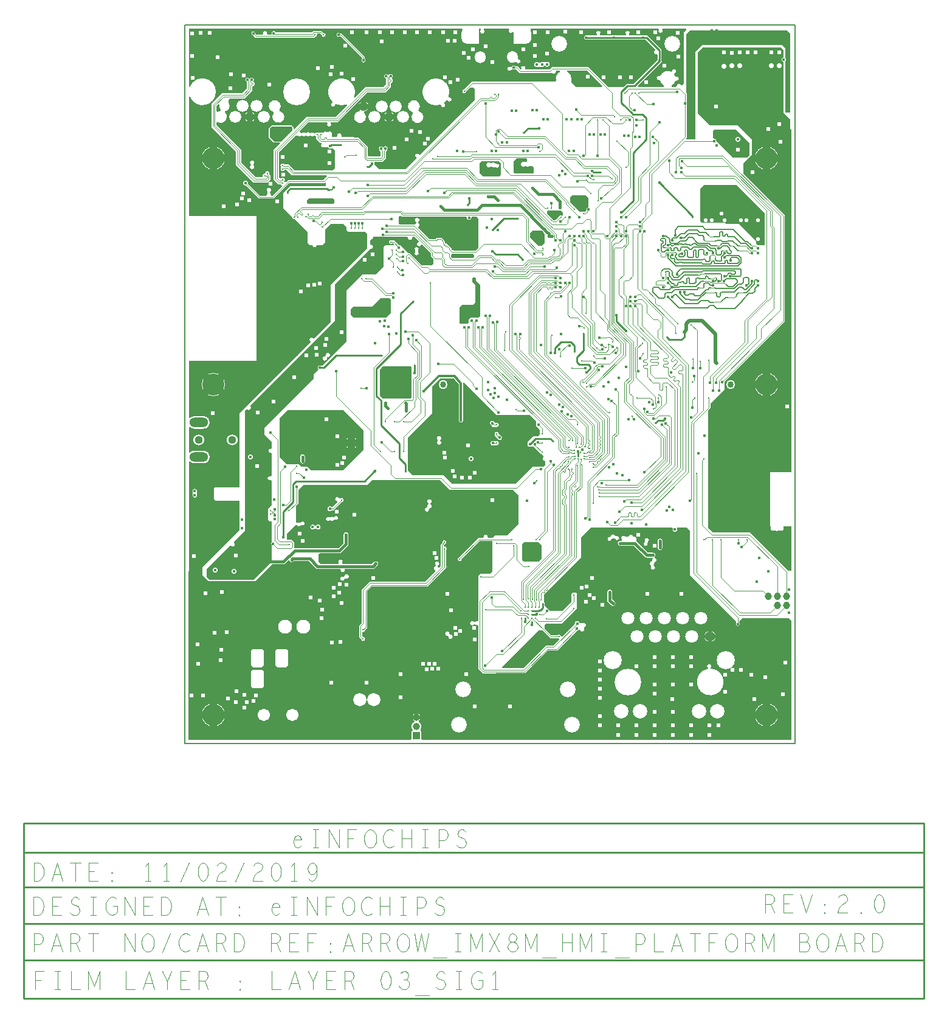
<source format=gbr>
G04 ================== begin FILE IDENTIFICATION RECORD ==================*
G04 Layout Name:  EI_ARROW_IMX8M_HMI_PLATFORM_17_00666_02.brd*
G04 Film Name:    L3_SIG1.gbr*
G04 File Format:  Gerber RS274X*
G04 File Origin:  Cadence Allegro 17.2-P019*
G04 Origin Date:  Mon Feb 11 12:30:40 2019*
G04 *
G04 Layer:  DRAWING FORMAT/L3*
G04 Layer:  DRAWING FORMAT/FILM_LABEL_OUTLINE*
G04 Layer:  VIA CLASS/L3_SIG1*
G04 Layer:  PIN/L3_SIG1*
G04 Layer:  ETCH/L3_SIG1*
G04 Layer:  DRAWING FORMAT/FILM_TITLE_BLOCK*
G04 Layer:  BOARD GEOMETRY/OUTLINE*
G04 *
G04 Offset:    (0.00 0.00)*
G04 Mirror:    No*
G04 Mode:      Positive*
G04 Rotation:  0*
G04 FullContactRelief:  No*
G04 UndefLineWidth:     5.00*
G04 ================== end FILE IDENTIFICATION RECORD ====================*
%FSLAX25Y25*MOIN*%
%IR0*IPPOS*OFA0.00000B0.00000*MIA0B0*SFA1.00000B1.00000*%
%ADD11O,.103X.052*%
%ADD18C,.012*%
%ADD19C,.05*%
%ADD22C,.015*%
%ADD14C,.06*%
%ADD17C,.016*%
%ADD10C,.034*%
%ADD12C,.044*%
%ADD21C,.055*%
%ADD16C,.03937*%
%ADD15R,.03937X.03937*%
%ADD13C,.12*%
%ADD20O,.038X.042*%
%ADD23C,.01*%
%ADD24C,.02*%
%ADD25C,.04*%
%ADD26C,.025*%
%ADD27C,.003*%
%ADD28C,.004*%
%ADD29C,.005*%
%ADD30C,.008*%
%ADD31C,.0035*%
%ADD32C,.00525*%
%ADD33C,.00375*%
%ADD52C,.02104*%
%ADD53C,.02204*%
%ADD51C,.05004*%
%ADD37C,.06004*%
%ADD34C,.02404*%
%ADD48C,.06204*%
%ADD47C,.07104*%
%ADD42C,.07204*%
%ADD35C,.02804*%
%ADD45C,.05704*%
%ADD44C,.06604*%
%ADD39C,.07604*%
%ADD38C,.06704*%
%ADD41C,.08604*%
%ADD49C,.07904*%
%ADD50C,.09904*%
%ADD40C,.12704*%
%ADD46C,.14604*%
%ADD43C,.14704*%
%ADD36O,.05934X.06524*%
G75*
%LPD*%
G75*
G36*
G01X13500Y89900D02*
X12000Y91400D01*
Y95700D01*
X24755Y108455D01*
G02X25213Y108414I212J-212D01*
G03X26886Y110087I987J686D01*
G02X26845Y110545I171J246D01*
G01X32900Y116600D01*
Y182100D01*
X34059Y183259D01*
X34165Y183152D01*
G03X35865Y184852I852J848D01*
G01X35758Y184958D01*
X82200Y231400D01*
Y251700D01*
X101581Y271081D01*
X101667Y271054D01*
G03X101844Y273392I353J1149D01*
G02X101500Y273689I-44J297D01*
G01Y275700D01*
X101921Y276121D01*
X101986Y276119D01*
G03X103222Y277355I34J1202D01*
G01X103220Y277420D01*
X103400Y277600D01*
X107789D01*
G03X109171I691J1220D01*
G01X122023D01*
G02X122321Y277260I1J-300D01*
G03X124703I1191J-160D01*
G02X125001Y277600I297J40D01*
G01X125961D01*
X128289Y275272D01*
G02X128143Y274767I-212J-212D01*
G03X129580Y273330I265J-1172D01*
G02X130085Y273476I293J-66D01*
G01X134900Y268662D01*
Y267105D01*
X136400Y265604D01*
Y263077D01*
G03X136023Y262634I700J-977D01*
G01X136012Y262612D01*
X135600Y262200D01*
X129854D01*
X123264Y268790D01*
X122610D01*
X118400Y273000D01*
X118260D01*
X118220Y273029D01*
G03X117200Y273289I-831J-1129D01*
G01X117126Y273279D01*
X114816Y275590D01*
X113904D01*
G03X113862Y273965I-906J-790D01*
G01X113907Y274010D01*
X114162D01*
X114660Y273512D01*
G02X114448Y273000I-212J-212D01*
G01X110292D01*
X110282Y273001D01*
G03X108992Y271419I-153J-1192D01*
G01X109000Y271396D01*
Y267937D01*
G03Y267807I1200J-65D01*
G01Y261300D01*
X104700Y257000D01*
X97300D01*
X88500Y248200D01*
Y220200D01*
X75310Y207010D01*
X74474D01*
X74447Y207021D01*
G03X73144Y205056I-455J-1113D01*
G01X73250Y204950D01*
X70700Y202400D01*
Y200200D01*
X43500Y173000D01*
Y169400D01*
X47600Y165300D01*
Y161871D01*
G02X47252Y161575I-300J0D01*
G03Y159201I-192J-1187D01*
G02X47600Y158905I48J-296D01*
G01Y146668D01*
G02X47138Y146416I-300J0D01*
G03Y144392I-649J-1012D01*
G02X47600Y144140I162J-252D01*
G01Y130800D01*
X45700Y128900D01*
Y122700D01*
X46500Y121900D01*
X47500D01*
X47600Y121800D01*
Y110435D01*
G03Y108605I780J-915D01*
G01Y99900D01*
X37600Y89900D01*
X13500D01*
G37*
G36*
G01X174089Y41264D02*
G02X173877Y41777I0J300D01*
G01X194300Y62200D01*
X195968D01*
X196928Y61240D01*
X196938Y61221D01*
G03X197073Y61042I691J381D01*
G01X200234Y57880D01*
X204305D01*
G03X205057Y57478I906J790D01*
G02X205231Y56968I-38J-298D01*
G01X202027Y53764D01*
X198027D01*
X185527Y41264D01*
X174089D01*
G37*
G36*
G01X152010Y391700D02*
G02X152252Y391223I0J-300D01*
G03X151642Y389357I2554J-1868D01*
G01Y386601D01*
G03X154806Y383438I3164J1D01*
G01X161416D01*
Y391700D01*
X162197D01*
G02X162377Y391160I0J-300D01*
G03X163823I723J-960D01*
G02X164003Y391700I180J240D01*
G01X177598D01*
G02X177838Y391220I0J-300D01*
G03X179748Y389761I962J-720D01*
G02X180284Y389577I236J-185D01*
G01Y383438D01*
X186894D01*
G03X190058Y386601I0J3164D01*
G01Y389357D01*
G03X189448Y391223I-3164J-2D01*
G02X189690Y391700I242J177D01*
G01X259598D01*
G02X259838Y391220I0J-300D01*
G03X261762I962J-720D01*
G02X262002Y391700I240J180D01*
G01X274876D01*
G02X275088Y391188I0J-300D01*
G01X273500Y389600D01*
Y361600D01*
X272511Y360611D01*
G02X272019Y360714I-212J212D01*
G03X269700Y360215I-1119J-439D01*
G02X269401Y359900I-300J-15D01*
G01X266933D01*
G02X266794Y360466I0J300D01*
G03X268896Y362981I-2001J3808D01*
G02X269284Y363173I286J-90D01*
G03X269271Y365428I409J1130D01*
G02X268880Y365616I-106J281D01*
G03X268313Y366748I-4088J-1340D01*
G02X268506Y367216I245J173D01*
G03X267098Y368413I-206J1184D01*
G02X266667Y368146I-300J3D01*
G03X260826Y365938I-1874J-3872D01*
G02X260420Y365784I-276J116D01*
G03X260225Y363543I-520J-1084D01*
G02X260598Y363320I80J-289D01*
G03X262792Y360466I4195J954D01*
G02X262653Y359900I-139J-266D01*
G01X248510D01*
G02X248298Y360412I0J300D01*
G01X260755Y372869D01*
G03X261430Y374497I-427J1131D01*
G01Y380228D01*
X253656Y388002D01*
X251754D01*
X251727Y388013D01*
G03X250817I-455J-1113D01*
G01X250790Y388002D01*
X243685D01*
G02X243494Y388533I0J300D01*
G03X241962I-766J926D01*
G02X241771Y388002I-191J-231D01*
G01X235754D01*
X235727Y388013D01*
G03X234817I-455J-1113D01*
G01X234790Y388002D01*
X227685D01*
G02X227494Y388533I0J300D01*
G03X225962I-766J926D01*
G02X225771Y388002I-191J-231D01*
G01X220005D01*
G03X219939I-33J-1202D01*
G01X219616D01*
X219534Y387920D01*
X219507Y387908D01*
G03X220637Y385798I466J-1108D01*
G01X234790D01*
X234817Y385787D01*
G03X235727I455J1113D01*
G01X235754Y385798D01*
X250790D01*
X250817Y385787D01*
G03X251727I455J1113D01*
G01X251754Y385798D01*
X252744D01*
X258086Y380456D01*
G02X257982Y379964I-212J-212D01*
G03X258824Y377712I432J-1122D01*
G02X259226Y377430I102J-282D01*
G01Y374497D01*
G03X259197Y374427I1102J-497D01*
G01X246298Y361528D01*
X242170D01*
X240542Y359900D01*
X232199D01*
X221422Y370678D01*
X201232D01*
X199844Y369290D01*
X186872D01*
G02X186598Y369711I0J300D01*
G03X184506Y369524I-1098J489D01*
G01X184532Y369440D01*
G02X184382Y369290I-150J0D01*
G01X184222D01*
X182282Y371230D01*
X180856D01*
G03X179044Y370792I-728J-957D01*
G02X178599Y370678I-270J130D01*
G03X178984Y369181I-699J-978D01*
G02X179429Y369295I270J-130D01*
G03X180760Y369250I699J978D01*
G01X181462D01*
X183402Y367310D01*
X200664D01*
X200836Y367482D01*
G02X201298Y367436I212J-212D01*
G03X203478Y368339I1002J664D01*
G02X203772Y368698I294J59D01*
G01X205666D01*
G02X205799Y368130I-1J-300D01*
G03X203573Y363083I1908J-3856D01*
G02X203285Y362700I-288J-83D01*
G01X171200D01*
X171090Y362590D01*
X157270D01*
X153284Y358604D01*
X153221Y358605D01*
G03X154402Y357424I-21J-1202D01*
G01X154401Y357487D01*
X156414Y359500D01*
X158400D01*
X159100Y358800D01*
Y352600D01*
X128988Y322488D01*
G02X128495Y322595I-212J212D01*
G03X126948Y321048I-1126J-421D01*
G02X127055Y320555I-105J-281D01*
G01X121100Y314600D01*
X106500D01*
X104000Y317100D01*
Y317729D01*
G03Y317871I-1400J71D01*
G01Y318600D01*
X103958Y318642D01*
G02X104063Y318898I106J106D01*
G01X108287D01*
X110202Y320813D01*
Y324185D01*
X111002Y324985D01*
Y325434D01*
X111024Y325470D01*
G03X109036Y326818I-1023J631D01*
G02X108555I-240J179D01*
G03X106567Y325470I-965J-717D01*
G01X106590Y325434D01*
Y324993D01*
X107298Y324284D01*
Y322016D01*
X107084Y321802D01*
X100798D01*
X100350Y322249D01*
Y327038D01*
X95387Y332002D01*
X93098D01*
X92600Y332500D01*
X86116D01*
G02X85833Y332900I0J300D01*
G03X83567I-1133J400D01*
G02X83284Y332500I-283J-100D01*
G01X80900D01*
X80500Y332900D01*
Y333700D01*
X80513Y333729D01*
G03X78451Y334933I-1102J481D01*
G02X77971I-240J180D01*
G03X75900Y334668I-960J-723D01*
G02X75396Y334586I-277J114D01*
G03X73687Y334696I-909J-787D01*
G02X73287I-200J224D01*
G03X71478Y334452I-800J-897D01*
G02X70973Y334453I-252J163D01*
G03X69002Y334526I-1011J-650D01*
G02X68522I-240J180D01*
G03X66632Y334564I-960J-723D01*
G02X66167I-233J190D01*
G03X64277Y334526I-930J-761D01*
G02X63797I-240J180D01*
G03X63111Y334973I-960J-723D01*
G02X62967Y335478I68J292D01*
G01X67988Y340498D01*
X77978D01*
G02X78202Y339999I0J-300D01*
G03X79998I898J-799D01*
G02X80222Y340498I224J199D01*
G01X83888D01*
X100088Y356698D01*
X109918D01*
X113068Y359849D01*
Y361713D01*
X113708Y362353D01*
G03X114002Y363061I-708J709D01*
G01Y363475D01*
G03X113708Y364183I-1002J-1D01*
G01X113583Y364309D01*
G02X113599Y364749I212J213D01*
G03X112011Y366553I-782J912D01*
G03X111759Y366369I457J-891D01*
G01X111666Y366277D01*
G02X111560Y366233I-106J106D01*
G01X111433Y366303D01*
G03X110060Y364513I-1016J-642D01*
G01X110166Y364480D01*
Y361052D01*
X108715Y359602D01*
X98885D01*
X93204Y353921D01*
G02X92715Y354247I-212J212D01*
G03X80885Y351687I-6798J2800D01*
G02X80804Y351195I-205J-219D01*
G03X82502Y350066I496J-1095D01*
G02X82924Y350332I300J-8D01*
G03X88717Y350249I2993J6715D01*
G02X89043Y349760I114J-277D01*
G01X82685Y343402D01*
X66785D01*
X60014Y336630D01*
G02X59502Y336842I-212J212D01*
G01Y337849D01*
X58749Y338602D01*
X47451D01*
X45898Y337049D01*
Y332151D01*
X48751Y329298D01*
X51958D01*
G02X52170Y328786I0J-300D01*
G01X48698Y325315D01*
Y308985D01*
X51222Y306462D01*
X52477D01*
X52519Y306378D01*
G03X53145Y305798I1077J534D01*
G02X53245Y305308I-112J-278D01*
G01X48089Y300152D01*
X47456D01*
G02X47173Y300551I0J300D01*
G03X46762Y301910I-1134J399D01*
G02Y302390I180J240D01*
G03X45316I-723J960D01*
G02Y301910I-180J-240D01*
G03X44905Y300551I723J-960D01*
G02X44622Y300152I-283J-99D01*
G01X41365D01*
X34679Y306837D01*
X34689Y306911D01*
G03X33489Y305711I-1389J189D01*
G01X33563Y305721D01*
X40711Y298572D01*
X48743D01*
X57381Y307210D01*
X76528D01*
X76788Y307470D01*
G02X77300Y307258I212J-212D01*
G01Y305302D01*
X57444D01*
X55198Y303056D01*
Y302898D01*
X54000Y301700D01*
Y293400D01*
X58709Y288691D01*
X58699Y288617D01*
G03X60055Y287261I1190J-166D01*
G01X60129Y287271D01*
X67200Y280200D01*
Y274500D01*
X68700Y273000D01*
X69905D01*
X69934Y272888D01*
G03X72262I1164J300D01*
G01X72291Y273000D01*
X75300D01*
X76900Y274600D01*
Y281500D01*
X80000Y284600D01*
X87000D01*
X88500Y283100D01*
Y281300D01*
X89300Y280500D01*
X99000D01*
X100100Y279400D01*
Y271400D01*
X80100Y251400D01*
Y231090D01*
X70952Y221942D01*
G02X70490Y221988I-212J212D01*
G03X68823Y220321I-1000J-667D01*
G02X68869Y219859I-166J-250D01*
G01X56710Y207700D01*
X56700D01*
X30100Y181100D01*
Y140402D01*
X16399D01*
X15798Y139801D01*
Y134099D01*
X16699Y133198D01*
X30100D01*
Y117100D01*
X9700Y96700D01*
Y92400D01*
X13100Y89000D01*
X38700D01*
X47948Y98248D01*
X54661D01*
X56731Y100319D01*
G02X57223Y100216I212J-212D01*
G03X59437Y99753I1258J493D01*
G01X59632Y99948D01*
X67940D01*
X72040Y95848D01*
X85102D01*
G02X85381Y95439I0J-300D01*
G03X87619I1119J-439D01*
G02X87898Y95848I279J109D01*
G01X103860D01*
X105656Y97644D01*
G03X103744Y99556I-956J956D01*
G01X102740Y98552D01*
X86501D01*
G02X86274Y99047I0J300D01*
G03X84454I-910J786D01*
G02X84227Y98552I-227J-195D01*
G01X74548D01*
X73300Y99800D01*
Y103700D01*
X73898Y104298D01*
X85310D01*
X89736Y108724D01*
Y114500D01*
G03X87032I-1352J0D01*
G01Y109844D01*
X84190Y107002D01*
X60042D01*
G02X59830Y107514I0J300D01*
G01X59890Y107573D01*
Y110328D01*
X58628Y111590D01*
X56000D01*
Y115000D01*
X60860Y119860D01*
G02X61356Y119744I212J-212D01*
G03X63527Y119520I1137J389D01*
G02X63956Y119613I258J-153D01*
G03X63609Y121213I687J987D01*
G02X63180Y121120I-258J153D01*
G03X61618Y120957I-687J-987D01*
G02X61100Y121163I-218J206D01*
G01Y130483D01*
X62186Y131569D01*
Y138886D01*
X65000Y141700D01*
X99800D01*
X102500Y144400D01*
X140100D01*
X145400Y139100D01*
X179900D01*
X182800Y136200D01*
Y120200D01*
X177651Y115051D01*
X177617Y115039D01*
G03X176861Y114283I383J-1139D01*
G01X176849Y114249D01*
X176700Y114100D01*
X169900D01*
X168600Y112800D01*
Y112632D01*
X166367D01*
G02X166084Y113031I0J300D01*
G03X163816I-1134J399D01*
G02X163533Y112632I-283J-99D01*
G01X160815D01*
X150363Y102180D01*
X150333Y102169D01*
G03X151903Y101377I416J-1128D01*
G01X151878Y101462D01*
X161469Y111052D01*
X168600D01*
Y94300D01*
X167400Y93100D01*
X161900D01*
X160800Y92000D01*
Y67416D01*
G02X160400Y67133I-300J0D01*
G03X159040Y66723I-400J-1133D01*
G02X158560I-240J180D01*
G03Y65277I-960J-723D01*
G02X159040I240J-180D01*
G03X160400Y64867I960J723D01*
G02X160800Y64584I100J-283D01*
G01Y41000D01*
X163400Y38400D01*
X170500D01*
X170710Y38610D01*
X186627D01*
X199127Y51110D01*
X204127D01*
X214837Y61821D01*
X214911Y61811D01*
G03X216220Y62356I190J1389D01*
G02X216747Y62260I239J-181D01*
G03X219100Y62665I1153J340D01*
G01Y63731D01*
X219200Y63767D01*
G03X218735Y66100I-401J1133D01*
G01X216494D01*
X216461Y66204D01*
G03X213740Y65564I-1335J-428D01*
G01X213752Y65489D01*
X206913Y58650D01*
G02X206403Y58824I-212J212D01*
G03X204305Y59460I-1192J-154D01*
G01X200888D01*
X198189Y62158D01*
G03X198010Y62293I-560J-556D01*
G01X197991Y62303D01*
X197200Y63094D01*
Y64800D01*
X198100Y65700D01*
X206700D01*
X214800Y73800D01*
Y82500D01*
X214700Y82600D01*
X213281D01*
G03X213151I-65J-1200D01*
G01X212700D01*
X212000Y81900D01*
Y77600D01*
X207050Y72650D01*
X200250D01*
X197408Y75492D01*
Y76706D01*
G03X197100Y77469I-1102J-1D01*
G01Y81600D01*
X217200Y101700D01*
Y113000D01*
X222600Y118400D01*
X267194D01*
G02X267458Y117957I0J-300D01*
G03X269924I1233J-666D01*
G02X270188Y118400I264J143D01*
G01X275300D01*
X277000Y116700D01*
Y92400D01*
X302410Y66990D01*
Y66406D01*
G03X303990I790J-906D01*
G01Y66990D01*
X305800Y68800D01*
X331100D01*
X332600Y67300D01*
Y2100D01*
X130069D01*
G02X129770Y2409I1J300D01*
G03Y2432I-802J11D01*
G01Y6368D01*
G03X129235Y7124I-801J0D01*
G02X129107Y7602I100J283D01*
G03X128220Y11887I-2107J1798D01*
G02X128198Y12413I132J269D01*
G03X125802I-1198J1987D01*
G02X125780Y11887I-154J-257D01*
G03X124893Y7602I1220J-2487D01*
G02X124765Y7124I-228J-195D01*
G03X124230Y6368I266J-756D01*
G01Y2432D01*
G03Y2409I802J-12D01*
G02X123931Y2100I-300J-9D01*
G01X2000D01*
Y94239D01*
X2185Y94315D01*
X2200Y94300D01*
Y154464D01*
G02X2714Y154673I300J-1D01*
G03X5144Y153650I2432J2379D01*
G01X10247D01*
G03Y160452I0J3401D01*
G01X5144D01*
G03X2714Y159429I2J-3402D01*
G02X2200Y159638I-214J210D01*
G01Y173362D01*
G02X2714Y173571I300J-1D01*
G03X5144Y172548I2432J2379D01*
G01X10247D01*
G03Y179350I0J3401D01*
G01X5144D01*
G03X2714Y178327I2J-3402D01*
G02X2200Y178536I-214J210D01*
G01Y209898D01*
X39170D01*
Y289002D01*
X2200D01*
Y354336D01*
G02X2779Y354446I300J0D01*
G03Y359848I6838J2701D01*
G02X2200Y359958I-279J110D01*
G01Y391700D01*
X152010D01*
G37*
G36*
G01X146600Y142300D02*
X141900Y147000D01*
X124900D01*
X122200Y149700D01*
Y167800D01*
X135500Y181100D01*
Y195806D01*
X139793Y200098D01*
X147302D01*
X148162Y199239D01*
X148173Y199208D01*
G03X148450Y198775I1127J416D01*
G01X150198Y197027D01*
Y177126D01*
G03X152602I1202J0D01*
G01Y197574D01*
G02X153114Y197786I300J0D01*
G01X170800Y180100D01*
X171929D01*
G03X172071I71J1400D01*
G01X189200D01*
X192600Y176700D01*
Y174100D01*
X194500Y172200D01*
Y169200D01*
X193602Y168302D01*
X191844D01*
X191842Y168300D01*
X191000D01*
X187800Y165100D01*
Y164171D01*
G03Y164029I1400J-71D01*
G01Y163300D01*
X188500Y162600D01*
X191221D01*
X194659Y159162D01*
X194671Y159133D01*
G03X195846Y158384I1114J451D01*
G01X195913Y158387D01*
X196704Y157596D01*
G02X196670Y157142I-212J-212D01*
G03X197353Y154970I710J-970D01*
G02X197500Y154820I-3J-150D01*
G01Y152600D01*
X196700Y151800D01*
X195471D01*
G03X195329I-71J-1400D01*
G01X190900D01*
X181400Y142300D01*
X146600D01*
G37*
G36*
G01X108600Y189000D02*
X107100Y190500D01*
Y205200D01*
X108800Y206900D01*
X123900D01*
X124400Y206400D01*
Y203292D01*
G03Y203150I1400J-71D01*
G01Y189700D01*
X123714Y189014D01*
X120064D01*
X120049Y189000D01*
X108600D01*
G37*
G36*
G01X185000Y100800D02*
Y109400D01*
X185900Y110300D01*
X194000D01*
X195500Y108800D01*
Y101100D01*
X194100Y99700D01*
X186100D01*
X185000Y100800D01*
G37*
G36*
G01X69200Y149700D02*
X67300Y151600D01*
X64000D01*
X63000Y152600D01*
Y152700D01*
X62500Y153200D01*
X56100D01*
X56050Y153150D01*
X52100Y157100D01*
Y178400D01*
X56550Y182850D01*
X86950D01*
X97900Y171900D01*
Y161000D01*
X86600Y149700D01*
X69200D01*
G37*
G36*
G01X181010Y312290D02*
X180300Y313000D01*
Y319100D01*
X181800Y320600D01*
X187200D01*
X187700Y320100D01*
Y318900D01*
X187458Y318658D01*
X187433Y318647D01*
G03X187339Y318600I580J-1277D01*
G01X186285D01*
G03X184970Y318617I-674J-1230D01*
G01X184938Y318600D01*
X184900D01*
X184841Y318541D01*
X184829Y318533D01*
G03X186518Y316300I783J-1163D01*
G01X187106D01*
G03X188918I906J1070D01*
G01X190500D01*
X191300Y315500D01*
Y312700D01*
X190890Y312290D01*
X181010D01*
G37*
G36*
G01X193800Y272800D02*
X189300Y277300D01*
Y279700D01*
X190700Y281100D01*
X195606D01*
X196107Y280598D01*
X196148D01*
X196498Y280248D01*
Y280207D01*
X197300Y279406D01*
Y274500D01*
X195600Y272800D01*
X193800D01*
G37*
G36*
G01X150800Y230100D02*
X150500Y230400D01*
Y238900D01*
X152100Y240500D01*
X158000D01*
X159400Y241900D01*
Y251400D01*
X157700Y253100D01*
Y255100D01*
X158000Y255400D01*
X159200D01*
X159500Y255100D01*
Y253600D01*
X161800Y251300D01*
Y234200D01*
X161100Y233500D01*
X156600D01*
X155500Y232400D01*
Y230600D01*
X155000Y230100D01*
X150800D01*
G37*
G36*
G01X68300Y298900D02*
X81000D01*
X81900Y298000D01*
Y296200D01*
X81300Y295600D01*
X74700D01*
X74500Y295800D01*
X67500D01*
X67100Y296200D01*
Y297700D01*
X68300Y298900D01*
G37*
G36*
G01X47700Y338000D02*
X58500D01*
X58900Y337600D01*
Y336000D01*
X52800Y329900D01*
X49000D01*
X46500Y332400D01*
Y336800D01*
X47700Y338000D01*
G37*
G36*
G01X110400Y233400D02*
X92500D01*
X91100Y234800D01*
Y238200D01*
X92400Y239500D01*
X102900D01*
X107400Y244000D01*
X112300D01*
X113000Y243300D01*
Y236000D01*
X110400Y233400D01*
G37*
G36*
G01X54504Y307700D02*
G03X54404Y307802I-907J-789D01*
G02Y308024I101J111D01*
G03X52635Y309637I-810J889D01*
G02X52184Y309605I-239J181D01*
G01X51602Y310188D01*
Y324112D01*
X60489Y333000D01*
X61943D01*
G03X63797Y333080I894J803D01*
G02X64277I240J-180D01*
G03X66167Y333042I960J723D01*
G02X66632I233J-190D01*
G03X68522Y333080I930J761D01*
G02X69002I240J-180D01*
G03X70971Y333150I960J723D01*
G02X71476Y333149I252J-163D01*
G03X71952Y332723I1011J650D01*
G01X72036Y332681D01*
Y331348D01*
X74285Y329098D01*
X74776D01*
G02X74990Y328589I-1J-300D01*
G03X76438Y326700I859J-841D01*
G01X78510D01*
G03X80369Y326085I1245J645D01*
G01X80401Y326100D01*
X81200D01*
X82400Y324900D01*
Y315300D01*
X81302Y314202D01*
X59962D01*
X56925Y317238D01*
X54713D01*
X54671Y317322D01*
G03X52698Y315987I-1076J-535D01*
G02Y315587I-224J-200D01*
G03X54671Y314252I897J-800D01*
G01X54713Y314336D01*
X55722D01*
X58759Y311298D01*
X77659D01*
G02X77871Y310786I0J-300D01*
G01X75874Y308790D01*
X56727D01*
X55637Y307700D01*
X54504D01*
G37*
G36*
G01X158000Y266000D02*
X146717D01*
X145900Y266817D01*
Y267900D01*
X146500Y268500D01*
X158100D01*
X158700Y267900D01*
Y266700D01*
X158000Y266000D01*
G37*
G36*
G01X147498Y270102D02*
X142402Y275198D01*
Y275515D01*
X140827Y277090D01*
X140510D01*
X140500Y277100D01*
X138000D01*
X137400Y276500D01*
X134200D01*
X128040Y282660D01*
G02X128105Y283134I212J212D01*
G03X128004Y285282I-587J1049D01*
G02X127967Y285812I121J275D01*
G03X126847Y285734I-634J1021D01*
G02X126884Y285204I-121J-275D01*
G03X126354Y284483I634J-1021D01*
G01X126344Y284443D01*
X126209Y284308D01*
X126027Y284490D01*
X118010D01*
X117300Y285200D01*
Y288600D01*
X117700Y289000D01*
X118683D01*
X118884Y288798D01*
X154128D01*
G02X154424Y288446I1J-300D01*
G03X157184I1380J-246D01*
G02X157480Y288798I295J52D01*
G01X159802D01*
X160800Y287800D01*
Y271700D01*
X159202Y270102D01*
X147498D01*
G37*
G36*
G01X200803Y288059D02*
X200793Y288078D01*
G03X200658Y288257I-691J-381D01*
G01X198700Y290216D01*
Y291800D01*
X199000Y292100D01*
X206300D01*
X207300Y291100D01*
Y289476D01*
G02X206825Y289232I-300J0D01*
G03X205833Y289273I-527J-732D01*
G01X205797Y289252D01*
X205689D01*
X203189Y286752D01*
X202110D01*
X200803Y288059D01*
G37*
G36*
G01X163300Y310800D02*
X161500Y312600D01*
Y317900D01*
X162600Y319000D01*
X172300D01*
X173300Y318000D01*
Y311600D01*
X172500Y310800D01*
X163300D01*
G37*
G36*
G01X330800Y94600D02*
X309700Y115700D01*
X289500D01*
X286900Y118300D01*
Y182583D01*
X288190Y183874D01*
Y186490D01*
X295900Y194200D01*
Y198290D01*
X328990Y231380D01*
Y231390D01*
X329000Y231400D01*
Y289700D01*
X306400Y312300D01*
Y318100D01*
X310800Y322500D01*
Y331100D01*
X303000Y338900D01*
X287800D01*
X281400Y345300D01*
Y378700D01*
X284100Y381400D01*
X327000D01*
X328200Y380200D01*
Y375854D01*
X328079Y375831D01*
G03Y373569I221J-1131D01*
G01X328200Y373546D01*
Y345700D01*
X331800Y342100D01*
Y336762D01*
G03X332056Y336656I150J0D01*
G01X332088Y336688D01*
G02X332600Y336476I212J-212D01*
G01Y148846D01*
X320820D01*
Y118922D01*
X321184D01*
G02X321434Y118455I0J-300D01*
G03X323203Y116865I1001J-665D01*
G01X323245Y116900D01*
X323614D01*
G03X325632I1009J653D01*
G01X326352D01*
G03X328161Y118455I808J890D01*
G02X328411Y118922I250J167D01*
G01X332600D01*
Y95000D01*
X332200Y94600D01*
X330800D01*
G37*
G36*
G01X291416Y330184D02*
X291415Y330244D01*
G03X290244Y331415I-1202J-31D01*
G01X290184Y331416D01*
X289550Y332050D01*
Y335450D01*
X290400Y336300D01*
X302200D01*
X309500Y329000D01*
Y322300D01*
X308300Y321100D01*
X300500D01*
X291416Y330184D01*
G37*
G36*
G01X221300Y299200D02*
Y293826D01*
G02X221164Y293677I-150J0D01*
G03X220192Y292351I106J-1097D01*
G01X220209Y292272D01*
X219237Y291300D01*
X219114D01*
X219084Y291314D01*
G03X218316I-384J-816D01*
G01X218286Y291300D01*
X216700D01*
X211400Y296600D01*
Y299500D01*
X212400Y300500D01*
X220000D01*
X221300Y299200D01*
G37*
G36*
G01X214600Y359900D02*
X212000Y362500D01*
Y364001D01*
G03X209615Y368130I-4293J273D01*
G02X209748Y368698I134J268D01*
G01X220602D01*
X228889Y360412D01*
G02X228676Y359900I-212J-212D01*
G01X214600D01*
G37*
G36*
G01X314300Y273000D02*
X313200Y274100D01*
Y275500D01*
X303900Y284800D01*
X296900D01*
X296400Y285300D01*
X296165D01*
X296148Y285304D01*
G03X295638I-255J-1072D01*
G01X295621Y285300D01*
X285968D01*
X285951Y285304D01*
G03X285449I-251J-1073D01*
G01X285432Y285300D01*
X283700D01*
X282700Y286300D01*
Y304100D01*
X284600Y306000D01*
X302700D01*
X318100Y290600D01*
Y273000D01*
X314300D01*
G37*
G36*
G01X275000Y331100D02*
Y331618D01*
X275390Y332007D01*
Y349858D01*
G03Y351342I-1190J742D01*
G01Y356293D01*
X275000Y356682D01*
Y388800D01*
X277098Y390898D01*
X330102D01*
X331898Y389102D01*
Y345998D01*
X331600Y345700D01*
X329400D01*
X329200Y345900D01*
Y373625D01*
G03Y375775I-900J1075D01*
G01Y381100D01*
X327700Y382600D01*
X283500D01*
X280100Y379200D01*
Y331100D01*
X275000D01*
G37*
%LPC*%
G75*
G36*
G01X126319Y269544D02*
G03X126311Y270014I-190J232D01*
G02X127807Y270041I731J954D01*
G03X127815Y269571I190J-232D01*
G02X126319Y269544I-731J-954D01*
G37*
G36*
G01X77854Y211336D02*
G02X76907Y212184I-1154J-336D01*
G03X77246Y212564I51J296D01*
G02X78193Y211716I1154J336D01*
G03X77854Y211336I-51J-296D01*
G37*
G36*
G01X97160Y375207D02*
Y375624D01*
X85250Y387534D01*
X85152D01*
X85094Y387477D01*
Y387476D01*
G02X85147Y389112I-853J846D01*
G01X85904D01*
X98738Y376278D01*
Y375207D01*
G02X97160I-789J-906D01*
G37*
G36*
G01X143650Y96812D02*
Y97200D01*
X144038D01*
G02X144144Y96944I0J-150D01*
G01X143906Y96706D01*
G02X143650Y96812I-106J106D01*
G37*
G36*
G01X36364Y31267D02*
Y39567D01*
G02X37165Y40368I801J0D01*
G01X42365D01*
G02X43166Y39567I0J-801D01*
G01Y31267D01*
G02X42365Y30466I-801J0D01*
G01X37165D01*
G02X36364Y31267I0J801D01*
G37*
G36*
G01Y42684D02*
Y50984D01*
G02X37165Y51786I801J1D01*
G01X42365D01*
G02X43166Y50984I-1J-802D01*
G01Y42684D01*
G02X42365Y41882I-801J-1D01*
G01X37165D01*
G02X36364Y42684I1J802D01*
G37*
G36*
G01X49750D02*
Y50984D01*
G02X50551Y51786I801J1D01*
G01X55751D01*
G02X56552Y50984I-1J-802D01*
G01Y42684D01*
G02X55751Y41882I-801J-1D01*
G01X50551D01*
G02X49750Y42684I1J802D01*
G37*
G36*
G01X39350Y388366D02*
X42532D01*
G03X42815Y388766I0J300D01*
G02X45083I1134J399D01*
G03X45366Y388366I283J-100D01*
G01X47348D01*
G03X47631Y388766I0J300D01*
G02X49847Y389690I1134J399D01*
G01X69586D01*
X70389Y390492D01*
X74984D01*
X76007Y389470D01*
X76070Y389471D01*
G02X74889Y388290I21J-1202D01*
G01X74890Y388353D01*
X74330Y388914D01*
X72763D01*
G03X72469Y388554I0J-300D01*
G02X71270Y387113I-1178J-239D01*
G01X71207Y387114D01*
X70880Y386788D01*
X38696D01*
X37591Y387892D01*
X37528Y387891D01*
G02X38709Y389072I-21J1202D01*
G01X38708Y389009D01*
X39350Y388366D01*
G37*
G36*
G01X182531Y375353D02*
G03X182841Y375001I295J-53D01*
G02X181792Y373335I59J-1201D01*
G03X181340Y373463I-277J-116D01*
G02X176643Y375873I-1730J2410D01*
G01Y376463D01*
G02X182577I2967J0D01*
G01Y375873D01*
G02X182531Y375353I-2967J0D01*
G37*
G36*
G01X196226Y370716D02*
X196126Y370700D01*
X196071D01*
G02X195929I-71J1400D01*
G01X192871D01*
G02X193669Y373200I-71J1400D01*
G01X195131D01*
G02X196906Y373170I869J-1100D01*
G03X197400Y373399I194J229D01*
G01Y373400D01*
X197975D01*
G02X199392Y373420I726J-1200D01*
G01X199426Y373400D01*
X199700D01*
Y373184D01*
X199739Y373141D01*
G02X197619Y371307I-1039J-942D01*
G03X197144Y371289I-231J-192D01*
G02X196226Y370716I-1144J811D01*
G37*
G36*
G01X143978Y352468D02*
G03X143461Y352545I-280J-107D01*
G02X142229Y351296I-5813J4501D01*
G03X142253Y350809I187J-235D01*
G02X140398Y349798I-653J-1009D01*
G03X140002Y350082I-300J0D01*
G02X144538Y354480I-2353J6965D01*
G03X144876Y354081I281J-104D01*
G02X143978Y352468I224J-1181D01*
G37*
G36*
G01X48752Y345549D02*
G03X48589Y346041I-225J198D01*
G02X51742Y347091I675J3232D01*
G03X51905Y346599I225J-198D01*
G02X48752Y345549I-675J-3232D01*
G37*
G36*
G01X125052Y345449D02*
G03X124889Y345941I-225J198D01*
G02X128042Y346991I675J3232D01*
G03X128205Y346499I225J-198D01*
G02X125052Y345449I-675J-3232D01*
G37*
G36*
G01X37609Y317377D02*
G03Y316897I180J-240D01*
G02X36163I-723J-960D01*
G03Y317377I-180J240D01*
G02X37609I723J960D01*
G37*
G36*
G01X38888Y310302D02*
X42349D01*
G03X42633Y310696I-1J300D01*
G02X43706Y312274I1141J378D01*
G03X43989Y312557I-17J300D01*
G02X46362Y312226I1200J-68D01*
G01X46344Y312146D01*
X47044Y311445D01*
Y309127D01*
X45316Y307398D01*
X37685D01*
X27944Y317140D01*
Y324362D01*
X14444Y337862D01*
Y350482D01*
X20408Y356446D01*
X31408D01*
X33986Y359025D01*
Y362491D01*
X33886Y362526D01*
G02X35196Y364443I397J1135D01*
G03X35636Y364426I228J195D01*
G01X35873Y364662D01*
X36017D01*
X36053Y364685D01*
G02X37663Y362966I630J-1024D01*
G01X37590Y362862D01*
X38008Y362444D01*
G02X38302Y361736I-708J-709D01*
G01Y361322D01*
G02X38008Y360614I-1002J1D01*
G01X37715Y360321D01*
G02X37035Y360028I-708J708D01*
G03X36890Y359878I5J-150D01*
G01Y357822D01*
X32611Y353544D01*
X24744D01*
X23900Y352700D01*
Y351092D01*
G02X22004Y346437I-2197J-1819D01*
G03X21844Y345908I32J-298D01*
G02X17820Y340677I-2108J-2542D01*
G03X17346Y340432I-174J-245D01*
G01Y339065D01*
X30846Y325565D01*
Y318343D01*
X38888Y310302D01*
G37*
G36*
G01X4339Y136942D02*
G03X4338Y137334I-228J195D01*
G02X6459Y137336I1060J918D01*
G03X6460Y136944I228J-195D01*
G02X4339Y136942I-1060J-918D01*
G37*
G36*
G01X79820Y122282D02*
G03X79380I-220J-205D01*
G02Y123918I-880J818D01*
G03X79820I220J205D01*
G02X81386Y124087I880J-818D01*
G03X81821Y124191I171J247D01*
G02X82193Y122634I1058J-570D01*
G03X81758Y122530I-171J-247D01*
G02X79820Y122282I-1058J570D01*
G37*
G36*
G01X234398Y112260D02*
G03X234005Y112009I-95J-284D01*
G02X233191Y113281I-1195J132D01*
G03X233584Y113532I95J284D01*
G02X235920Y113779I1195J-132D01*
G03X236363Y113619I285J95D01*
G02X235859Y112221I637J-1019D01*
G03X235416Y112381I-285J-95D01*
G02X234398Y112260I-637J1019D01*
G37*
G36*
G01X253842Y110457D02*
G03X253722Y110032I136J-268D01*
G02X252158Y110473I-1022J-632D01*
G03X252278Y110898I-136J268D01*
G02X253842Y110457I1022J632D01*
G37*
G36*
G01X259190Y107313D02*
Y110668D01*
X259185Y110686D01*
G02X261897I1356J355D01*
G01X261892Y110668D01*
Y107313D01*
G02X259190I-1351J0D01*
G37*
G36*
G01X233569Y76013D02*
X233559Y76029D01*
X231684Y77905D01*
Y83041D01*
G02X234386I1351J0D01*
G01Y79025D01*
X235471Y77940D01*
G02X233569Y76013I-692J-1219D01*
G37*
G36*
G01X145130Y60091D02*
G03X145469Y59752I297J-42D01*
G02X144448Y58731I169J-1190D01*
G03X144109Y59070I-297J42D01*
G02X145130Y60091I-169J1190D01*
G37*
G36*
G01X98144Y345808D02*
G02X95872Y346565I-2109J-2541D01*
G03X96061Y347084I-15J299D01*
G02X98304Y346337I1942J2089D01*
G03X98144Y345808I32J-298D01*
G37*
G36*
G01X80519Y129572D02*
G03X80950Y129566I218J206D01*
G01X83670Y132287D01*
G03X83468Y132799I-212J212D01*
G02X84630Y134427I39J1201D01*
G03X85128Y134328I280J107D01*
G02X85979Y132298I872J-828D01*
G01X85916Y132299D01*
X81437Y127820D01*
X80659D01*
G02X80519Y129572I-1159J789D01*
G37*
G36*
G01X133878Y128440D02*
G02X132643Y129401I-1178J-240D01*
G03X132922Y129760I-15J299D01*
G02X133573Y131080I1178J240D01*
G03Y131620I-131J270D01*
G02X134627I527J1080D01*
G03Y131080I131J-270D01*
G02X134157Y128799I-527J-1080D01*
G03X133878Y128440I15J-299D01*
G37*
G36*
G01X71294Y117866D02*
G02Y119334I-1194J734D01*
G03X71806I256J157D01*
G02Y117866I1194J-734D01*
G03X71294I-256J-157D01*
G37*
G36*
G01X256176Y101898D02*
X253249D01*
G02X252295Y102293I1J1351D01*
G01X246140Y108448D01*
X238716D01*
G02Y111152I0J1352D01*
G01X239500D01*
Y111971D01*
G02X241506Y113295I990J682D01*
G03X241938Y113214I254J160D01*
G02X243061Y113378I715J-967D01*
G03X243454Y113588I102J282D01*
G02X245809Y113485I1167J-288D01*
G03X246202Y113248I296J47D01*
G02X247492Y111316I388J-1138D01*
G03X247506Y110906I226J-198D01*
G01X253811Y104600D01*
X256176D01*
X256194Y104605D01*
G02X257472Y102194I355J-1356D01*
G03X257618Y101672I197J-226D01*
G02X257574Y99297I-206J-1184D01*
G03X257323Y98930I41J-297D01*
G02X257092Y97902I-1170J-277D01*
G03X257181Y97452I234J-188D01*
G02X255661Y97151I-581J-1052D01*
G03X255572Y97601I-234J188D01*
G02X255991Y99844I581J1052D01*
G03X256242Y100211I-41J297D01*
G02X256568Y101344I1170J277D01*
G03X256391Y101856I-210J214D01*
G02X256194Y101893I160J1393D01*
G01X256176Y101898D01*
G37*
G36*
G01X87502Y90397D02*
G02X87019Y91363I-1202J3D01*
G03X87498Y91603I179J241D01*
G02X87981Y90637I1202J-3D01*
G03X87502Y90397I-179J-241D01*
G37*
G36*
G01X141690Y108549D02*
Y108321D01*
G03X142056Y108029I300J1D01*
G02X143110Y105951I264J-1172D01*
G01Y96394D01*
X132827Y86110D01*
X102527D01*
X99990Y83573D01*
Y63426D01*
X98958Y62394D01*
X98959Y62331D01*
G02X97518Y61132I-1202J-21D01*
G03X97158Y60838I-60J-294D01*
G01Y59025D01*
X97673Y58511D01*
X97736Y58512D01*
G02X96555Y57331I21J-1202D01*
G01X96556Y57394D01*
X95580Y58371D01*
Y64796D01*
X96968Y66184D01*
Y84485D01*
X101372Y88890D01*
X131832D01*
X137414Y94471D01*
G03X137301Y94966I-212J212D01*
G02X137402Y97265I399J1134D01*
G03X137522Y97784I-74J291D01*
G02X138598Y97535I779J916D01*
G03X138478Y97016I74J-291D01*
G02X138834Y96499I-778J-917D01*
G03X139329Y96386I283J99D01*
G01X140110Y97168D01*
Y109203D01*
X141120Y110213D01*
X141119Y110276D01*
G02X142300Y109095I1202J21D01*
G01X142237Y109096D01*
X141690Y108549D01*
G37*
G36*
G01X288483Y41079D02*
G02X286721Y40958I-384J-7292D01*
G03X286831Y41501I-57J294D01*
G02X288300Y41602I669J999D01*
G03X288483Y41079I199J-224D01*
G37*
G36*
G01X170009Y175774D02*
X170808D01*
X170818Y175775D01*
G02Y173393I163J-1191D01*
G01X170808Y173394D01*
X169023D01*
X168234Y174183D01*
X168195Y174194D01*
G02X169906Y175905I355J1356D01*
G01X169917Y175866D01*
X170009Y175774D01*
G37*
G36*
G01X172178Y169704D02*
X172916Y168967D01*
X172955Y168956D01*
G02X171244Y167245I-355J-1356D01*
G01X171233Y167284D01*
X169792Y168726D01*
Y169411D01*
X169790Y169421D01*
G02X172171Y169754I1191J163D01*
G01X172178Y169704D01*
G37*
G36*
G01X170808Y163394D02*
X169642D01*
G02Y165774I-742J1190D01*
G01X170808D01*
X170818Y165775D01*
G02Y163393I163J-1191D01*
G01X170808Y163394D01*
G37*
G36*
G01X140094Y165882D02*
G02X138706I-694J-982D01*
G03Y166371I-173J245D01*
G02X140094I694J982D01*
G03Y165882I173J-244D01*
G37*
G36*
G01X65992Y157531D02*
Y154784D01*
G02X63289I-1351J0D01*
G01Y156405D01*
G02X65710Y157820I1211J708D01*
G01X65720Y157804D01*
X65992Y157531D01*
G37*
G36*
G01X170342Y317747D02*
G03X170744Y317626I263J145D01*
G02X170334Y315854I561J-1063D01*
G03X169920Y315923I-242J-177D01*
G02X168125Y316076I-806J1147D01*
G03X167703I-211J-213D01*
G02Y318064I-989J994D01*
G03X168125I211J213D01*
G02X170342Y317747I989J-994D01*
G37*
G54D52*
X285700Y286790D03*
G54D53*
X295893Y286791D03*
X288849Y286790D03*
X314373D03*
X305023D03*
X307873D03*
X294270Y290500D03*
X314173Y276554D03*
G54D51*
X141732Y196850D03*
X299212D03*
G54D37*
X25808Y166500D03*
X7697D03*
G54D34*
X39633Y151933D03*
X27800Y103000D03*
X59800Y200700D03*
X48666Y187565D03*
X66500Y212588D03*
X72200Y213200D03*
X72000Y216600D03*
X39800Y181300D03*
X98625Y264956D03*
X77600Y221822D03*
X86100Y225500D03*
X103100Y268200D03*
X76900Y218500D03*
X154150Y38150D03*
X158912Y20312D03*
X178312D03*
X85800Y77200D03*
X80500Y55500D03*
X85300Y55600D03*
X118320Y25520D03*
X118400Y38080D03*
X15367Y181067D03*
X4800Y102800D03*
X145900Y73100D03*
X168500Y133400D03*
X132500Y40900D03*
X130600Y43600D03*
X133800D03*
X137100D03*
X138900Y41200D03*
X135700Y41000D03*
X80400Y33500D03*
X99500D03*
X148400Y63400D03*
X143803Y81989D03*
X148744Y60051D03*
X150900Y61900D03*
X159100Y57200D03*
X69100Y80200D03*
X74064Y78333D03*
X75000Y68900D03*
X75200Y73500D03*
X83200Y127011D03*
X103400Y90900D03*
X138000Y101700D03*
X136900Y104300D03*
X88500Y87000D03*
X81700Y85400D03*
X81500Y80800D03*
X84900Y87300D03*
X84700Y82700D03*
X64551Y110949D03*
X19700Y45700D03*
X19800Y51400D03*
X16400Y60700D03*
X23100Y61200D03*
X32700Y26800D03*
X27900Y22900D03*
X23500Y24800D03*
X28300Y28700D03*
X34100Y22600D03*
X38900Y26500D03*
X32700Y19600D03*
X37500Y23500D03*
X62868Y115000D03*
X20400Y83200D03*
X11400Y82400D03*
X6900Y54500D03*
X9800Y26300D03*
X7200Y43900D03*
X3700Y26400D03*
X158600Y63300D03*
X92984Y125290D03*
X165000Y382200D03*
X31200Y298700D03*
X21400Y294300D03*
X107957Y384584D03*
X32416Y366016D03*
X133416Y331245D03*
X35140Y297760D03*
X149700Y363571D03*
X144300Y385100D03*
X147791Y385081D03*
X168724Y373315D03*
X28600Y295400D03*
X185700Y380500D03*
X32040Y301540D03*
X80700Y370800D03*
X72942Y370213D03*
X153100Y378329D03*
X131487Y328887D03*
X47000Y306700D03*
X121714Y330953D03*
X128775Y335175D03*
X124213Y335587D03*
X114779Y326479D03*
X4200Y364700D03*
X3800Y389200D03*
X13600Y389300D03*
X17800Y376000D03*
X25400Y366900D03*
X85900Y367200D03*
X79800Y366700D03*
X8700Y389400D03*
X91500Y389600D03*
X87800Y382300D03*
X92200Y364200D03*
X46300Y361000D03*
X25000Y359000D03*
X4000Y376700D03*
X99500Y389700D03*
X106900Y389600D03*
X113700Y389700D03*
X120600D03*
X127400Y389800D03*
X134400D03*
X141500D03*
X148200Y389900D03*
X157900Y380500D03*
X155500Y375800D03*
X192100Y389900D03*
X192000Y382900D03*
X191900Y376620D03*
X142700Y365100D03*
X145600Y362500D03*
X50600Y297002D03*
X74100Y252200D03*
X71086Y251314D03*
X67700Y251100D03*
X63700Y247800D03*
X198900Y389900D03*
X198600Y378200D03*
X327800Y27100D03*
X224400Y79600D03*
X220284Y86200D03*
X253459Y82159D03*
X228802Y75998D03*
X312200Y24300D03*
X272200Y82100D03*
X222100Y81400D03*
X329200Y44400D03*
X219900Y77900D03*
X318400Y36500D03*
X217600Y85400D03*
X310623Y37677D03*
X304880Y40300D03*
X237500Y4600D03*
X247500Y4700D03*
X257500Y4600D03*
X267500Y4700D03*
X277500Y4600D03*
X287500D03*
X227500Y10000D03*
X237500D03*
X247500D03*
X257500D03*
X267500D03*
X277500D03*
X287500D03*
X292500D03*
X227500Y15000D03*
X257500Y17500D03*
X267500D03*
X227500Y40000D03*
Y35000D03*
Y30000D03*
Y25000D03*
X257500Y27500D03*
Y32500D03*
Y42500D03*
Y47500D03*
X267500Y32500D03*
Y42500D03*
Y47500D03*
X277500Y32500D03*
Y42500D03*
Y47500D03*
X296200Y28400D03*
X296300Y37900D03*
X300200Y40400D03*
X267200Y24300D03*
X247500Y42400D03*
X227500Y45000D03*
X257500Y108269D03*
X223259Y90779D03*
X248558Y114400D03*
X229500Y365200D03*
X244700Y364916D03*
X263100Y371441D03*
X238500Y365000D03*
X252900Y362278D03*
X270700Y376256D03*
X270200Y389500D03*
X217228Y389600D03*
X248528Y389800D03*
X232528Y389700D03*
X257900Y389600D03*
X208600Y390000D03*
X259500Y386500D03*
X155337Y163553D03*
X146900Y149300D03*
X147800Y146400D03*
X151900Y145800D03*
X156200Y145900D03*
X158900Y148300D03*
X142400Y159400D03*
X142600Y156600D03*
X77650Y177595D03*
X87300Y156800D03*
X86300Y153600D03*
X83600Y152900D03*
Y168400D03*
X79151Y324449D03*
X53900Y311800D03*
X79250Y318150D03*
X53652Y321300D03*
X66400Y327748D03*
X330300Y184600D03*
X326100Y339500D03*
X311269Y313236D03*
X326700Y329900D03*
X291400Y349000D03*
X308602Y378571D03*
X319800Y336800D03*
X312900Y378796D03*
X326000D03*
X321637Y378800D03*
X304300Y378696D03*
X299900Y378500D03*
X295600Y378696D03*
X303400Y325500D03*
X220800Y365400D03*
G54D48*
X288100Y58787D03*
G54D47*
X243100Y68787D03*
X253100D03*
X263100D03*
X273100D03*
X283100D03*
X248100Y58787D03*
X258100D03*
X268100D03*
X278100D03*
G54D42*
X95863Y23993D03*
X103737D03*
G54D35*
X26800Y94500D03*
X16600Y95200D03*
X35800Y157000D03*
X157100Y156200D03*
X321637Y371516D03*
X299937Y371316D03*
X325937Y371416D03*
X295577Y371176D03*
X304237Y371416D03*
X303400Y331100D03*
G54D45*
X35483Y343367D03*
X111783Y343267D03*
G54D44*
X43357Y343367D03*
X27609D03*
X31546Y349273D03*
X39420D03*
X119657Y343267D03*
X103909D03*
X107846Y349173D03*
X115720D03*
G54D39*
X54937Y63945D03*
X64937D03*
G54D38*
X43308Y15732D03*
X59057D03*
X91421Y164680D03*
G54D41*
X152756Y29726D03*
X150394Y10435D03*
X209842Y29726D03*
X212205Y10435D03*
X267155Y383565D03*
X205344D03*
G54D49*
X249458Y17803D03*
X281781D03*
X239439D03*
X291840D03*
G54D50*
X234675Y45795D03*
X296500D03*
G54D40*
X15748Y196850D03*
Y15748D03*
Y320866D03*
X318898Y15748D03*
Y196850D03*
Y320866D03*
G54D46*
X243100Y33787D03*
G54D43*
X61349Y357147D03*
G54D36*
X162090Y376168D03*
%LPD*%
G75*
G36*
G01X17820Y346057D02*
G02X17346Y346302I-174J245D01*
G01Y349279D01*
X18478Y350410D01*
G02X18977Y350110I212J-212D01*
G03X19761Y347184I2726J-838D01*
G02X19572Y346665I-204J-220D01*
G03X17820Y346057I163J-3298D01*
G37*
G54D10*
X141732Y196850D03*
X299212D03*
G54D20*
X324831Y75581D03*
X329831D03*
X319831Y80581D03*
X324831D03*
X329831D03*
G54D11*
X7697Y175949D03*
Y157051D03*
G54D30*
G01X79400Y303500D02*
X80600D01*
X81700Y304600D01*
G54D21*
X288100Y58787D03*
G54D12*
X25808Y166500D03*
X7697D03*
G54D31*
G01X223839Y153290D02*
X224329Y152800D01*
X225300D01*
X226154Y153654D01*
Y154048D01*
X226098Y154104D01*
Y154498D01*
X226376Y154776D01*
X226770D01*
X226826Y154720D01*
X227220D01*
X227498Y154998D01*
Y155392D01*
X227442Y155448D01*
Y155842D01*
X227720Y156120D01*
X228114D01*
X228170Y156064D01*
X228564D01*
X231680Y159180D01*
Y178320D01*
X197200Y212800D01*
Y242800D01*
X200360Y245960D01*
Y246354D01*
X200154Y246560D01*
Y246954D01*
X200432Y247232D01*
X200826D01*
X201032Y247026D01*
X201426D01*
X202100Y247700D01*
X205556D01*
X209280Y251424D01*
Y252122D01*
X209217Y252185D01*
Y252194D01*
X208867Y252544D01*
X208530D01*
G01X211090D02*
X210300Y251754D01*
Y251001D01*
X205979Y246680D01*
X202523D01*
X198220Y242377D01*
Y213223D01*
X232700Y178743D01*
Y158757D01*
X225723Y151780D01*
X224329D01*
X223839Y151290D01*
G01X222000Y154550D02*
X222155Y154705D01*
X222564D01*
X222569Y154700D01*
X225043D01*
X229900Y159557D01*
Y177589D01*
X192447Y215042D01*
Y246304D01*
X196382Y250239D01*
X198431D01*
X198709Y249961D01*
Y249278D01*
X198987Y249000D01*
X199381D01*
X199659Y249278D01*
Y249961D01*
X199937Y250239D01*
X200331D01*
X200609Y249961D01*
Y249278D01*
X200887Y249000D01*
X201281D01*
X201559Y249278D01*
Y249961D01*
X201837Y250239D01*
X203157D01*
X203412Y249984D01*
G01X205971D02*
X205216D01*
X203941Y251259D01*
X195959D01*
X191427Y246727D01*
Y214619D01*
X228880Y177166D01*
Y159980D01*
X224625Y155725D01*
X221313D01*
X221082Y155956D01*
X218800D01*
G01X203412Y252543D02*
X203157Y252798D01*
X201196D01*
X200918Y252520D01*
Y252412D01*
X200640Y252134D01*
X200246D01*
X199968Y252412D01*
Y252520D01*
X199690Y252798D01*
X199296D01*
X199018Y252520D01*
Y252412D01*
X198740Y252134D01*
X198346D01*
X198068Y252412D01*
Y252520D01*
X197790Y252798D01*
X195541D01*
X189511Y246768D01*
Y213824D01*
X227320Y176015D01*
Y168613D01*
X227598Y168335D01*
X227727D01*
X228005Y168057D01*
Y167663D01*
X227727Y167385D01*
X227598D01*
X227320Y167107D01*
Y166713D01*
X227598Y166435D01*
X227727D01*
X228005Y166157D01*
Y165763D01*
X227727Y165485D01*
X227598D01*
X227320Y165207D01*
Y164813D01*
X227598Y164535D01*
X227727D01*
X228005Y164257D01*
Y163863D01*
X227727Y163585D01*
X227598D01*
X227320Y163307D01*
Y162913D01*
X227598Y162635D01*
X227727D01*
X228005Y162357D01*
Y161963D01*
X227727Y161685D01*
X227598D01*
X227320Y161407D01*
Y160277D01*
X224143Y157100D01*
X222000D01*
X221800Y156900D01*
G01X218900Y157526D02*
X220764D01*
X221358Y158120D01*
X223720D01*
X226300Y160700D01*
Y175592D01*
X188491Y213401D01*
Y247191D01*
X195118Y253818D01*
X203941D01*
X205216Y252543D01*
X205971D01*
G01X221927Y159295D02*
X222082Y159450D01*
X223149D01*
X224400Y160701D01*
Y174894D01*
X183120Y216174D01*
Y221440D01*
X183398Y221718D01*
X183522D01*
X183800Y221996D01*
Y222390D01*
X183522Y222668D01*
X183398D01*
X183120Y222946D01*
Y224171D01*
X183470Y224521D01*
X183810D01*
G01X218800Y159106D02*
X220076D01*
X221440Y160470D01*
X222726D01*
X223380Y161124D01*
Y174471D01*
X182100Y215751D01*
Y223831D01*
X181410Y224521D01*
G01X203412Y255102D02*
X203134Y255380D01*
X194423D01*
X179120Y240077D01*
Y216023D01*
X220900Y174243D01*
Y166556D01*
X221178Y166278D01*
X221722D01*
X222000Y166000D01*
Y165606D01*
X221722Y165328D01*
X221178D01*
X220900Y165050D01*
Y164656D01*
X221178Y164378D01*
X221722D01*
X222000Y164100D01*
Y163706D01*
X221722Y163428D01*
X221178D01*
X220900Y163150D01*
Y162200D01*
X221455Y161645D01*
X222000D01*
G01X205971Y255102D02*
X204673Y256400D01*
X194000D01*
X178100Y240500D01*
Y215600D01*
X219880Y173820D01*
Y164400D01*
X219600Y164120D01*
Y162819D01*
X219437Y162656D01*
Y162619D01*
G01X217657Y152600D02*
X217502Y152445D01*
Y140558D01*
X214770Y137826D01*
Y101970D01*
X198203Y85403D01*
Y85011D01*
X198610Y84603D01*
Y84211D01*
X198330Y83931D01*
X197938D01*
X197531Y84339D01*
X197139D01*
X196859Y84059D01*
Y83667D01*
X197266Y83259D01*
Y82867D01*
X196986Y82587D01*
X196594D01*
X196187Y82995D01*
X195795D01*
X195120Y82320D01*
Y78955D01*
X195275Y78800D01*
G01X192369Y74737D02*
Y77544D01*
X191700Y78213D01*
Y84243D01*
X210880Y103423D01*
Y141079D01*
X214132Y144331D01*
Y152987D01*
X215527Y154382D01*
Y155956D01*
G01X188119Y79344D02*
X187964Y79499D01*
Y86721D01*
X205620Y104377D01*
Y147777D01*
X207115Y149272D01*
X207507D01*
X208042Y148736D01*
X208434D01*
X208714Y149016D01*
Y149408D01*
X208179Y149944D01*
Y150336D01*
X211430Y153587D01*
Y154530D01*
X212856Y155956D01*
X213957D01*
G01X210469Y157181D02*
X210314Y157026D01*
X209283D01*
X201900Y149643D01*
Y106100D01*
X184500Y88700D01*
Y78500D01*
X186463Y76537D01*
Y74737D01*
G01X213957Y157526D02*
X211994D01*
X211644Y157176D01*
Y156356D01*
X211294Y156006D01*
X209706D01*
X206818Y153118D01*
Y152724D01*
X206874Y152668D01*
Y152274D01*
X206596Y151996D01*
X206202D01*
X206146Y152052D01*
X205752D01*
X205474Y151774D01*
Y151380D01*
X205530Y151324D01*
Y150930D01*
X205252Y150652D01*
X204858D01*
X204802Y150708D01*
X204408D01*
X202920Y149220D01*
Y105677D01*
X185520Y88277D01*
Y79373D01*
X185769Y79124D01*
G01X217107Y155726D02*
Y154607D01*
X216482Y153982D01*
Y140981D01*
X213750Y138249D01*
Y102393D01*
X194100Y82743D01*
Y78313D01*
X194337Y78076D01*
Y74737D01*
G01X188431D02*
Y77370D01*
X186944Y78857D01*
Y87144D01*
X204600Y104800D01*
Y148200D01*
X210410Y154010D01*
Y154715D01*
X210294Y154831D01*
G01X153320Y228200D02*
Y228190D01*
X154000Y227510D01*
Y217101D01*
X204800Y166301D01*
Y161501D01*
X207096Y159205D01*
X210295D01*
X210500Y159000D01*
G01X159790Y231700D02*
X159450D01*
X159100Y231350D01*
Y217459D01*
X208285Y168274D01*
Y163259D01*
X209424Y162120D01*
X210352D01*
X210507Y162275D01*
G01X157390Y231700D02*
X158080Y231010D01*
Y217036D01*
X207265Y167851D01*
Y162836D01*
X209001Y161100D01*
X211400D01*
X211824Y160676D01*
X213727D01*
G01X163418Y227956D02*
X163078D01*
X162728Y227606D01*
Y217383D01*
X212210Y167901D01*
Y166629D01*
X212700Y166139D01*
G01X171172Y230918D02*
X171272D01*
X171282Y230908D01*
Y230892D01*
X170600Y230210D01*
Y216044D01*
X218282Y168362D01*
Y163713D01*
X217096Y162527D01*
X216346D01*
G01X155710Y228200D02*
X155370D01*
X155020Y227850D01*
Y217524D01*
X205820Y166724D01*
Y161924D01*
X207519Y160225D01*
X211075D01*
X212194Y159106D01*
X213727D01*
G01X190400Y74737D02*
Y77538D01*
X189325Y78613D01*
Y85625D01*
X207900Y104200D01*
Y130616D01*
X207100Y131416D01*
Y133860D01*
X207900Y134660D01*
Y135756D01*
X207100Y136556D01*
Y139000D01*
X207900Y139800D01*
Y143600D01*
X210895Y146595D01*
Y149915D01*
X210405Y150405D01*
G01X190500Y79100D02*
X190345Y79255D01*
Y85202D01*
X208920Y103777D01*
Y131039D01*
X208120Y131839D01*
Y133437D01*
X208920Y134237D01*
Y136179D01*
X208120Y136979D01*
Y138577D01*
X208920Y139377D01*
Y143177D01*
X210176Y144433D01*
X210569D01*
X210655Y144347D01*
X211047D01*
X211327Y144627D01*
Y145019D01*
X211240Y145105D01*
Y145497D01*
X211915Y146172D01*
Y147459D01*
X212193Y147737D01*
X212622D01*
X212900Y148015D01*
Y148409D01*
X212622Y148687D01*
X212193D01*
X211915Y148965D01*
Y149915D01*
X212405Y150405D01*
G01X192875Y78700D02*
X192720Y78855D01*
Y83820D01*
X211900Y103000D01*
Y135984D01*
X212178Y136262D01*
X212422D01*
X212700Y136540D01*
Y136934D01*
X212422Y137212D01*
X212178D01*
X211900Y137490D01*
Y137884D01*
X212178Y138162D01*
X212422D01*
X212700Y138440D01*
Y138834D01*
X212422Y139112D01*
X212178D01*
X211900Y139390D01*
Y140656D01*
X212574Y141330D01*
X212968D01*
X213452Y140846D01*
X213846D01*
X214124Y141124D01*
Y141518D01*
X213640Y142002D01*
Y142396D01*
X215152Y143908D01*
Y152345D01*
X215307Y152500D01*
G01X167428Y234500D02*
X167088D01*
X166738Y234150D01*
Y216604D01*
X214856Y168486D01*
Y168487D01*
X215155Y168188D01*
Y164469D01*
X215310Y164314D01*
G01X161018Y227956D02*
X161708Y227266D01*
Y216960D01*
X211190Y167478D01*
Y166629D01*
X210700Y166139D01*
G01X168890Y230900D02*
X169230D01*
X169580Y230550D01*
Y215621D01*
X217262Y167939D01*
Y164355D01*
X217107Y164200D01*
G01X214700Y162300D02*
Y163262D01*
X214135Y163827D01*
Y167764D01*
X165718Y216181D01*
Y233810D01*
X165028Y234500D01*
G01X259711Y270456D02*
Y269700D01*
X260985Y268426D01*
Y267414D01*
X260987Y267412D01*
Y266966D01*
X261337Y266616D01*
X263202D01*
X263552Y266966D01*
Y268576D01*
X264150Y269174D01*
X269074D01*
G01X288392Y267242D02*
X288750Y267600D01*
X290300D01*
X291100Y266800D01*
Y266150D01*
G01X265907Y271731D02*
X265429D01*
X265420Y271740D01*
X264238D01*
X264229Y271731D01*
X263540D01*
G01X284963Y275628D02*
X285321Y275270D01*
X290589D01*
G01X304259Y272779D02*
X307469D01*
X310088Y270160D01*
X312889D01*
X314172Y268877D01*
G01X284458Y249986D02*
X284161Y249689D01*
X282254D01*
G01X266113Y249315D02*
Y251260D01*
X264829Y252544D01*
G01X261572Y258972D02*
X260991Y258391D01*
Y256382D01*
X262270Y255103D01*
G01X290262Y249688D02*
X288516D01*
G01X263550Y254400D02*
Y258374D01*
G01X281600Y256800D02*
X282182D01*
X282739Y257357D01*
X284020D01*
X284163Y257500D01*
X285025D01*
G01X296874Y270152D02*
X295029D01*
G01X288384Y254812D02*
X289033D01*
X289038Y254807D01*
X290096D01*
X290539Y255250D01*
X291180D01*
G01X285830Y247130D02*
X290684D01*
G01X311023Y268878D02*
X309688D01*
X308413Y270153D01*
X304055D01*
G01X301095Y272305D02*
X300685Y272715D01*
X299251D01*
G01X294063Y273515D02*
X293268Y272720D01*
X291949D01*
G01X284761Y253442D02*
X287608D01*
X288811Y252239D01*
X295896D01*
X295947Y252188D01*
X296101D01*
X296900Y251389D01*
G01X310442Y273178D02*
X310908Y272712D01*
X312896D01*
X314172Y271436D01*
G01X290090Y277834D02*
X287844D01*
X287201Y278477D01*
G54D13*
X15748Y196850D03*
Y15748D03*
Y320866D03*
X318898Y15748D03*
Y196850D03*
Y320866D03*
G54D22*
G01X109931Y186634D02*
Y185027D01*
X111279Y183679D01*
G01X121121Y182421D02*
Y186534D01*
X121069Y186586D01*
G01X88384Y114500D02*
Y109284D01*
X84750Y105650D01*
X60151D01*
X54101Y99600D01*
X45468D01*
G01D02*
X45068Y100000D01*
X36684Y91616D01*
G01X64641Y154784D02*
Y156971D01*
X64500Y157112D01*
G01X104700Y98600D02*
X103300Y97200D01*
X72600D01*
X68500Y101300D01*
X59072D01*
X58481Y100709D01*
G01X166186Y299638D02*
X169624D01*
X171562Y297700D01*
G01X199513Y278324D02*
X199737Y278100D01*
X201300D01*
G01X199513Y278324D02*
Y279387D01*
X198050Y280850D01*
Y280891D01*
X196791Y282150D01*
X196750D01*
X183800Y295100D01*
X163100D01*
X160400Y292400D01*
X142200D01*
X140200Y294400D01*
G01X190500Y304400D02*
X193909Y300991D01*
X201791D01*
G01X260541Y111041D02*
Y107313D01*
G01X233035Y83041D02*
Y78465D01*
X234779Y76721D01*
G01X253251Y103249D02*
X256549D01*
G01X238716Y109800D02*
X246700D01*
X253251Y103249D01*
G01X201791Y300991D02*
X205600Y297182D01*
Y293900D01*
X264829Y270457D03*
X289568Y253523D03*
X295717D03*
G54D32*
G01X267431Y244867D02*
X268660Y246096D01*
X269404D01*
X274300Y241200D01*
X281400D01*
X283000Y242800D01*
X287100D01*
X288100Y241800D01*
X290000D01*
G01X294421Y242421D02*
X296483Y244483D01*
X298100D01*
G01X302300Y245200D02*
X302700Y245600D01*
Y246200D01*
X303655Y247155D01*
X303982D01*
G01X306300D02*
X307828D01*
X312400Y251727D01*
Y253666D01*
X312877Y254143D01*
X313552D01*
X314172Y253523D01*
G01X272600Y268400D02*
X272500Y268500D01*
X271372D01*
X271000Y268128D01*
Y267100D01*
X271300Y266800D01*
X273352D01*
X274263Y267711D01*
Y269089D01*
X274063Y269289D01*
Y269963D01*
X274396Y270296D01*
X275139D01*
X275664Y269771D01*
Y267101D01*
X276267Y266498D01*
X278559D01*
X279084Y267023D01*
Y269975D01*
X279452Y270343D01*
X279973D01*
X280364Y269952D01*
Y266799D01*
X280664Y266499D01*
X281254D01*
X281671Y266916D01*
Y270137D01*
X282123Y270589D01*
X284260D01*
X284699Y270150D01*
Y268078D01*
X285177Y267600D01*
X285696D01*
G01X269074Y269174D02*
X269600Y268648D01*
Y268000D01*
X268900Y267300D01*
Y266900D01*
X269600Y266200D01*
Y265750D01*
X270125Y265225D01*
X275312D01*
X275614Y264923D01*
X281906D01*
X281938Y264955D01*
X283832D01*
X284366Y265489D01*
X285110D01*
X285700Y264899D01*
Y264300D01*
X285943Y264057D01*
X287375D01*
X287900Y264582D01*
Y266750D01*
X288392Y267242D01*
G01X291100Y266150D02*
Y265150D01*
X291950Y264300D01*
X293850D01*
X294400Y264850D01*
Y266832D01*
X295867Y268299D01*
Y268877D01*
G01X289568D02*
Y269523D01*
X289043Y270048D01*
X287547D01*
X285674Y271921D01*
X281563Y271927D01*
X279066D01*
X279057Y271918D01*
X278799D01*
X277581Y270700D01*
X276963D01*
X275730Y271933D01*
X275467D01*
X273791Y271936D01*
X272352D01*
X271827Y271411D01*
Y270508D01*
X271394Y270075D01*
X270489D01*
X270232Y270332D01*
Y271207D01*
X269706Y271733D01*
X268632D01*
X268224Y271325D01*
Y270541D01*
X267916Y270233D01*
X266974D01*
X266674Y270533D01*
Y271292D01*
X266235Y271731D01*
X265907D01*
G01X263540D02*
X262602D01*
X262302Y272031D01*
Y272652D01*
X262650Y273000D01*
X263008D01*
X263541Y273533D01*
Y276239D01*
X263031Y276749D01*
X261454D01*
X261104Y276399D01*
Y275849D01*
X261454Y275499D01*
X261945D01*
X262295Y275149D01*
Y274515D01*
X261987Y274207D01*
X261449D01*
X261120Y273878D01*
Y269907D01*
X261645Y269382D01*
X262838D01*
X263913Y270457D01*
X264829D01*
G01X271900Y277000D02*
X273800D01*
X274506Y277706D01*
X274527D01*
X276338Y279517D01*
X280820D01*
X282060Y278277D01*
X283842D01*
X284648Y277471D01*
Y275943D01*
X284963Y275628D01*
G01X290589Y275270D02*
X291407D01*
X291930Y275793D01*
X294151D01*
X294771Y275173D01*
X297257D01*
X297563Y275479D01*
X300422D01*
X303122Y272779D01*
X304259D01*
G01X289568Y250963D02*
X288436D01*
X287050Y252349D01*
X285359D01*
X284729Y251719D01*
Y250257D01*
X284458Y249986D01*
G01X282254Y249689D02*
X281763D01*
X280903Y248829D01*
X268729D01*
X266900Y247000D01*
X263825D01*
X263200Y246375D01*
Y244626D01*
X262674Y244100D01*
X260001D01*
X256600Y247501D01*
Y249575D01*
X257125Y250100D01*
X259622D01*
X261100Y248622D01*
X265393D01*
X265471Y248700D01*
X265498D01*
X266113Y249315D01*
G01X295867Y256082D02*
X296782D01*
X298400Y257700D01*
X299326D01*
X299819Y257207D01*
X301346D01*
X301871Y257732D01*
Y258475D01*
X301346Y259000D01*
X284088D01*
X283653Y258565D01*
X273465D01*
X270400Y255500D01*
X268300D01*
X267200Y256600D01*
Y258599D01*
X265672Y260127D01*
X263458Y260128D01*
X262728D01*
X261572Y258972D01*
G01X307873Y250964D02*
X308063D01*
X309303Y252204D01*
Y254772D01*
X308575Y255500D01*
X307100D01*
X306200Y254600D01*
Y252700D01*
X305200Y251700D01*
X303700D01*
X301259Y249259D01*
X290973D01*
X290544Y249688D01*
X290262D01*
G01X288516D02*
X287715D01*
X286926Y248899D01*
X285999D01*
X282633Y245533D01*
X279627D01*
X278879Y246281D01*
X276489D01*
X275867Y245659D01*
X274503D01*
X273900Y246262D01*
Y247400D01*
G01X299017Y256082D02*
X304575D01*
X305100Y256607D01*
Y259615D01*
X304575Y260140D01*
X272040D01*
X269900Y258000D01*
Y257000D01*
G01X263550Y258374D02*
X264076Y258900D01*
X265075D01*
X265600Y258375D01*
Y256259D01*
X267635Y254224D01*
X271352D01*
X273928Y256800D01*
X281600D01*
G01X285025Y257500D02*
X293800D01*
X294400Y256900D01*
Y254048D01*
X293875Y253523D01*
X292717D01*
G01Y271436D02*
X292861Y271292D01*
X293604D01*
X295106Y272794D01*
X297306D01*
X298537Y271563D01*
Y270872D01*
X299756Y269653D01*
Y268909D01*
X299166Y268319D01*
X298281D01*
X297400Y269200D01*
Y269626D01*
X296874Y270152D01*
G01X295029D02*
X294715D01*
X294190Y269627D01*
Y268297D01*
X293665Y267772D01*
X291925D01*
X291400Y268297D01*
Y270400D01*
X290445Y271355D01*
X288149D01*
X286404Y273100D01*
X281000D01*
X280023Y274077D01*
X278777D01*
X278193Y273493D01*
X278146D01*
X277670Y273017D01*
X276974D01*
X276483Y273508D01*
X275626D01*
X275391Y273509D01*
X275075Y273825D01*
X274007D01*
X273695Y273513D01*
X272918D01*
X272587Y273844D01*
X271843D01*
X271699Y273700D01*
X271083D01*
X270631Y273248D01*
X268165D01*
G03X267891Y272974I0J-274D01*
G02X267617Y272700I-274J0D01*
G01X267040D01*
G02X266766Y272974I0J274D01*
G03X266492Y273248I-274J0D01*
G01X265062D01*
X264829Y273015D01*
G01Y255103D02*
Y254471D01*
X265918Y253382D01*
X266097D01*
X267279Y252200D01*
X267804D01*
X268329Y251675D01*
Y251371D01*
X268701Y250999D01*
X269799D01*
X270171Y251371D01*
Y252071D01*
X270749Y252649D01*
X272005D01*
X272470Y253114D01*
X273200D01*
X273700Y252614D01*
Y252400D01*
X274121Y251979D01*
X274879D01*
X275374Y252474D01*
Y254770D01*
X275704Y255100D01*
X276169D01*
X276499Y254770D01*
Y252409D01*
X276929Y251979D01*
X279302D01*
X280200Y252877D01*
Y254682D01*
X280725Y255207D01*
X281793D01*
X282426Y254574D01*
X285100D01*
X285659Y255133D01*
Y255846D01*
G02X286784I563J0D01*
G01Y255374D01*
G03X287346Y254812I562J0D01*
G01X288384D01*
G01X291180Y255250D02*
X291600Y254830D01*
Y254333D01*
X290790Y253523D01*
X289568D01*
G01X295867Y266318D02*
X296943Y267394D01*
X303506D01*
X304800Y266100D01*
Y263400D01*
X303115Y261715D01*
X269185D01*
X264829Y266071D01*
Y267897D01*
G01Y244771D02*
X270800Y238800D01*
X286600D01*
X287800Y240000D01*
X290100D01*
X291600Y238500D01*
X301500D01*
X305486Y242486D01*
Y242882D01*
X309204Y246600D01*
X311299D01*
X312600Y247901D01*
Y249392D01*
X314172Y250964D01*
G01X271500Y247420D02*
Y246401D01*
X274601Y243300D01*
X276548D01*
X276911Y242937D01*
X281437D01*
X285630Y247130D01*
X285830D01*
G01X290684D02*
X291300D01*
X291663Y246767D01*
Y245350D01*
X292113Y244900D01*
X293169D01*
X293663Y245394D01*
Y246667D01*
X294346Y247350D01*
X301397D01*
X303998Y249951D01*
X305465D01*
X305741Y249675D01*
X305810D01*
X306840Y248645D01*
X307583D01*
X308593Y249655D01*
Y249675D01*
X311023Y252105D01*
Y253523D01*
G01X304055Y270153D02*
X303247D01*
X301095Y272305D01*
G01X299251Y272715D02*
X299085D01*
X297855Y273945D01*
X294493D01*
X294063Y273515D01*
G01X291949Y272720D02*
X290489D01*
X290386Y272617D01*
X288774D01*
X288322Y273069D01*
X288321D01*
X287180Y274210D01*
X281243D01*
X278183Y277270D01*
X276319D01*
X275180Y276131D01*
X275159D01*
X274453Y275425D01*
X274425D01*
X274400Y275400D01*
X271474D01*
X270247Y274173D01*
X266479D01*
X265896Y274756D01*
Y276257D01*
X264020Y278133D01*
X262270D01*
G01X267388Y267897D02*
X266811D01*
X266286Y267372D01*
Y266314D01*
X266900Y265700D01*
X268200D01*
X268600Y265300D01*
Y264000D01*
X269310Y263290D01*
X270600D01*
G01X270700Y263400D02*
X270950Y263650D01*
X272622D01*
X272982Y263290D01*
X283653D01*
X284043Y262900D01*
X288256D01*
X288996Y263640D01*
Y264150D01*
X289346Y264500D01*
X290046D01*
X290396Y264150D01*
Y263450D01*
X290746Y263100D01*
X295901D01*
X296251Y263450D01*
Y264315D01*
X296601Y264665D01*
X297301D01*
X297651Y264315D01*
Y263450D01*
X298001Y263100D01*
X303000D01*
X303800Y263900D01*
Y265400D01*
X302771Y266429D01*
X299847D01*
X299322Y265904D01*
Y264822D01*
G01X267388Y249985D02*
X271099D01*
X271518Y250404D01*
X280221D01*
X283259Y253442D01*
X284761D01*
G01X296900Y251389D02*
X297789Y250500D01*
X300700D01*
X302800Y252600D01*
Y253900D01*
X301981Y254719D01*
X296913D01*
X295717Y253523D01*
G01X269100Y278500D02*
X268890Y278710D01*
Y281528D01*
X270682Y283320D01*
X283859D01*
X285320Y281859D01*
X300771D01*
X307439Y275191D01*
X308429D01*
X310442Y273178D01*
G01X311023Y271436D02*
X310283D01*
X307653Y274066D01*
X304834D01*
X301201Y277699D01*
X297991D01*
X297540Y278150D01*
Y278848D01*
X297232Y279156D01*
X296498D01*
X296190Y278848D01*
Y278254D01*
X295869Y277933D01*
X295145D01*
X294795Y278283D01*
Y279971D01*
X294445Y280321D01*
X293750D01*
X293400Y279971D01*
Y278227D01*
X292857Y277684D01*
X290637D01*
X290487Y277834D01*
X290090D01*
G01X287201Y278477D02*
X285641Y280037D01*
X282306D01*
X280935Y281408D01*
X276001D01*
X273874Y279281D01*
X271940D01*
X269659Y277000D01*
X267738D01*
X267388Y276650D01*
Y275574D01*
G54D23*
G01X-88521Y-43540D02*
Y-139740D01*
G01D02*
X386979D01*
G01X-88521Y-118740D02*
X405279D01*
G01X-88521Y-98740D02*
X405279D01*
G01X-88521Y-78740D02*
X405279D01*
G01X-88521Y-59540D02*
X405279D01*
G01X-88521Y-43540D02*
X386979D01*
G01X53816Y112984D02*
Y117853D01*
X53800Y117869D01*
Y119363D01*
X53816Y119379D01*
Y126916D01*
X59400Y132500D01*
Y142200D01*
X61000Y143800D01*
X98491D01*
X103671Y148980D01*
X103780D01*
X104300Y149500D01*
G01X202000Y165600D02*
X200400Y167200D01*
X192300D01*
X189200Y164100D01*
G01X120849Y148909D02*
Y153051D01*
X117500Y156400D01*
Y164500D01*
X107500Y174500D01*
Y188100D01*
X105100Y190500D01*
Y205400D01*
X118300Y218600D01*
Y235616D01*
X125200Y242516D01*
G01X190400Y72769D02*
X194128D01*
X194296Y72937D01*
G01X196306Y76706D02*
Y74307D01*
X194936Y72937D01*
X194296D01*
G01X186463Y68831D02*
Y66900D01*
G01X190400Y70800D02*
X190500Y70900D01*
X192982D01*
X192989Y70907D01*
G01X125800Y203221D02*
Y207400D01*
G01X190400Y66863D02*
Y65100D01*
G01X107800Y212600D02*
X82800D01*
X76108Y205908D01*
X73992D01*
G01X196100Y275300D02*
X194600Y273800D01*
G01X168700Y269884D02*
X170584Y268000D01*
X182500D01*
X185400Y265100D01*
G01X135257Y263790D02*
X134315Y264732D01*
X128168D01*
X122900Y270000D01*
X122400D01*
G01X194418Y337118D02*
X188218D01*
X185700Y334600D01*
G01X156100Y298800D02*
Y296333D01*
X154884Y295117D01*
G01X85500Y328000D02*
X80410D01*
X79755Y327345D01*
G01X100075Y316013D02*
X100813D01*
X102600Y317800D01*
G01X182700Y287600D02*
X174793D01*
X168700Y281507D01*
G01X56300Y301900D02*
Y302600D01*
X57900Y304200D01*
X77811D01*
X78511Y303500D01*
X79400D01*
G01X386179Y-139740D02*
X405279D01*
Y-43540D01*
X385879D01*
G01X263200Y178000D02*
X262212Y177012D01*
X259482D01*
X258055Y175585D01*
G01X213581Y214644D02*
Y218220D01*
X211701Y220100D01*
X206200D01*
X202900Y216800D01*
Y213955D01*
G01X220135Y203500D02*
X222400Y205765D01*
Y206800D01*
X221400Y207800D01*
X216400D01*
X215000Y209200D01*
Y211800D01*
X218699Y215499D01*
Y224884D01*
G01X215525Y160139D02*
X215527Y160137D01*
Y157526D01*
G01X242000Y226200D02*
X241900D01*
X236679Y231421D01*
Y234630D01*
G01X251272Y386900D02*
X235272D01*
G01D02*
X220072D01*
X219972Y386800D01*
G01X260328Y374000D02*
Y379772D01*
X253200Y386900D01*
X251272D01*
G01X239238Y290929D02*
X245800Y297491D01*
Y323900D01*
X253100Y331200D01*
Y342700D01*
X251000Y344800D01*
X245690D01*
X244894Y345596D01*
X244848D01*
X240386Y350058D01*
Y350104D01*
X239400Y351090D01*
Y357200D01*
X242626Y360426D01*
X246754D01*
X260328Y374000D01*
G01X227800Y313100D02*
X224134D01*
X223434Y313800D01*
G01X278400Y288400D02*
Y289200D01*
X260296Y307304D01*
G01X264369Y222759D02*
X265728Y221400D01*
X272400D01*
X273800Y222800D01*
Y225500D01*
G54D14*
X91421Y164680D03*
G54D33*
G01X138900Y208012D02*
X147334D01*
X157912Y197434D01*
Y196442D01*
X160027Y194327D01*
G01X191794Y164006D02*
X192000Y163800D01*
Y163503D01*
X195785Y159718D01*
Y159584D01*
G01X122500Y221700D02*
Y219300D01*
X127575Y214225D01*
Y201875D01*
X125400Y199700D01*
Y188975D01*
X124650Y188225D01*
X120391D01*
X110035Y177869D01*
Y176320D01*
G01X125000Y223700D02*
Y218701D01*
X128650Y215051D01*
Y201429D01*
X126499Y199278D01*
Y188499D01*
X125812Y187812D01*
Y184413D01*
X117719Y176320D01*
X115035D01*
G01X126800Y221100D02*
X129725Y218175D01*
Y200983D01*
X127575Y198833D01*
Y189724D01*
X129300Y187999D01*
Y181412D01*
X124208Y176320D01*
X120035D01*
G01X168550Y175550D02*
X169516Y174584D01*
X170981D01*
G01X195900Y169584D02*
Y172800D01*
X194100Y174600D01*
G01X195785Y164584D02*
X194116D01*
X193600Y165100D01*
G01X134616Y252300D02*
Y228884D01*
X162800Y200700D01*
Y190700D01*
X172000Y181500D01*
G01X170981Y164584D02*
X168900D01*
G01X195400Y150400D02*
X192300D01*
X182100Y140200D01*
X145900D01*
X140600Y145500D01*
X115154D01*
X112812Y147842D01*
Y152288D01*
X101850Y163250D01*
Y171550D01*
X83000Y190400D01*
Y204200D01*
G01X215126Y65776D02*
X214774Y65395D01*
X202354Y52975D01*
X198354D01*
X185854Y40475D01*
X164046D01*
X162800Y41721D01*
Y77468D01*
X167532Y82200D01*
X174869D01*
X181300Y75769D01*
G01Y77400D02*
X175500Y83200D01*
X175390D01*
X175315Y83275D01*
X167086D01*
X167011Y83200D01*
X166800D01*
X161725Y78125D01*
Y41275D01*
X163600Y39400D01*
X186300D01*
X198800Y51900D01*
X203800D01*
X215100Y63200D01*
G01X47000Y170400D02*
X50888Y166512D01*
Y121488D01*
X49300Y119900D01*
Y111400D01*
X51684Y109016D01*
X57077D01*
X57161Y109100D01*
X57400D01*
G01X96652Y194587D02*
X99500D01*
G01X184500Y61600D02*
Y61200D01*
X174084Y50784D01*
G01X170981Y169584D02*
Y169219D01*
X172600Y167600D01*
G01X115035Y160178D02*
X113022D01*
X108100Y165100D01*
G01X107335Y160178D02*
X103712Y163801D01*
Y205975D01*
X112000Y214263D01*
Y224300D01*
G01X176017Y225700D02*
X175200Y224883D01*
Y215500D01*
G01X120035Y160178D02*
Y168135D01*
X131500Y179600D01*
Y187320D01*
X128860Y189960D01*
Y198060D01*
X134288Y203488D01*
Y219412D01*
X127800Y225900D01*
X121100D01*
G01X142321Y106857D02*
Y96721D01*
X132500Y86900D01*
X102200D01*
X99200Y83900D01*
Y63753D01*
X97757Y62310D01*
G01Y57310D02*
X96369Y58698D01*
Y64469D01*
X97757Y65857D01*
Y84158D01*
X101699Y88100D01*
X132159D01*
X140900Y96841D01*
Y108876D01*
X142321Y110297D01*
G01X199800Y68300D02*
X203900D01*
X213216Y77616D01*
Y81400D01*
G01X205211Y58670D02*
X200561D01*
X197631Y61600D01*
G01X164700Y42750D02*
X171050Y49100D01*
X174699D01*
X185800Y60201D01*
Y61600D01*
G01X188632Y97158D02*
X185642D01*
X181900Y100900D01*
Y108800D01*
X180863Y109837D01*
X170803D01*
G01X202337Y152700D02*
Y152536D01*
X198500Y148699D01*
Y116400D01*
X194537Y112437D01*
Y111842D01*
G01X180200Y108437D02*
Y102699D01*
X168838Y91337D01*
X162422D01*
G01X179158Y111842D02*
X161142D01*
X150749Y101449D01*
Y101041D01*
G01X168200Y79995D02*
Y76800D01*
X170000Y75000D01*
X179900D01*
X181300Y73600D01*
G01X181600Y183000D02*
X182219Y182381D01*
X186100D01*
G01X200749Y154800D02*
Y153749D01*
X197300Y150300D01*
Y116800D01*
X192568Y112068D01*
Y111842D01*
G01X199800Y67000D02*
X206116D01*
X213216Y74100D01*
G01X181300Y71500D02*
X179300Y73500D01*
X164884D01*
G01X191600Y142600D02*
Y143000D01*
X192800Y144200D01*
G01X86000Y133500D02*
X81110Y128610D01*
X79500D01*
G01X57100Y127600D02*
X61396Y131896D01*
Y140896D01*
G01X61285Y148216D02*
X62684D01*
X65200Y145700D01*
G01X47004Y127639D02*
X47293Y127350D01*
X47359D01*
X47559Y127150D01*
X48648D01*
X49110Y127607D01*
X49112Y128400D01*
G01X46994Y125765D02*
X47629Y126400D01*
X48637D01*
X49112Y125925D01*
Y125200D01*
G01X48380Y109520D02*
X50700Y107200D01*
X58400D01*
X59100Y107900D01*
Y110001D01*
X58301Y110800D01*
X51775D01*
X50500Y112075D01*
Y118799D01*
X52300Y120599D01*
Y148984D01*
X55100Y151784D01*
G01X53900Y130700D02*
X55601D01*
X55813Y130912D01*
X55838D01*
X56768Y131842D01*
Y131867D01*
X58000Y133099D01*
Y148699D01*
X61285Y151984D01*
G01X119700Y266823D02*
X117215D01*
X116015Y268023D01*
G01X119700Y269262D02*
X116902D01*
X115902Y270262D01*
G01X164814Y350686D02*
Y332286D01*
X170400Y326700D01*
X193900D01*
G01X96827Y254798D02*
X98215Y253410D01*
X102290D01*
X110100Y245600D01*
X113200D01*
X114400Y244400D01*
G01X142200Y301800D02*
X143688Y303288D01*
X181012D01*
X200100Y284200D01*
G01X119700Y264263D02*
X117715D01*
X116215Y265763D01*
G01X119600Y256800D02*
X118102D01*
X116502Y258400D01*
G01X119402Y259312D02*
X118102D01*
X116502Y260912D01*
G01X110600Y280500D02*
X125699D01*
X136999Y269200D01*
X140512D01*
X141300Y268412D01*
Y266533D01*
X142375Y265458D01*
Y263126D01*
X143476Y262025D01*
X157204D01*
X161479Y266300D01*
X167800D01*
X170075Y264025D01*
X172176D01*
X175371Y260830D01*
X185567D01*
X188762Y264025D01*
X199946D01*
X200100Y264179D01*
G01X122300Y263100D02*
X121398Y264002D01*
Y266761D01*
X121400Y266763D01*
Y267201D01*
X122199Y268000D01*
X122937D01*
X129949Y260988D01*
X133012D01*
X134125Y259875D01*
X165446D01*
X169241Y256080D01*
X187759D01*
X190378Y258699D01*
X200100D01*
G01Y266776D02*
X199655D01*
X199054Y266175D01*
X191479D01*
X190012Y267642D01*
Y267863D01*
X184175Y273700D01*
X164000D01*
X159612Y269312D01*
X146288D01*
X144788Y270812D01*
Y271558D01*
X143858Y272488D01*
X143066D01*
X141612Y273942D01*
Y275188D01*
X140500Y276300D01*
X138400D01*
X137800Y275700D01*
X133700D01*
X125700Y283700D01*
X110500D01*
G01X122786Y266186D02*
X131372Y257600D01*
X132800D01*
X134000Y258800D01*
X165000D01*
X168795Y255005D01*
X188705D01*
X191324Y257624D01*
X200100D01*
G01X89819Y302281D02*
X91850Y304312D01*
X120813D01*
X130676Y314175D01*
X154267D01*
X160342Y308100D01*
X197679D01*
X208973Y296806D01*
Y295773D01*
X209246Y295500D01*
G01X70476Y286300D02*
X71700D01*
X73500Y284500D01*
X74302D01*
X75400Y285598D01*
G01X223323Y311223D02*
X221746Y312800D01*
X213200D01*
X203400Y322600D01*
X157200D01*
X156467Y321867D01*
X138500D01*
G01X221100Y311200D02*
X213101D01*
X202776Y321525D01*
X157725D01*
X156679Y320479D01*
X135900D01*
G01X114400Y246700D02*
X110700D01*
X102602Y254798D01*
X99353D01*
G01X133300Y302700D02*
X134963Y304363D01*
X181605D01*
X200100Y285869D01*
G01Y262950D02*
X189208D01*
X186013Y259755D01*
X174845D01*
X171650Y262950D01*
X159750D01*
X157750Y260950D01*
X142450D01*
X141172Y262228D01*
Y265140D01*
X140512Y265800D01*
X137321D01*
X135689Y267432D01*
Y268989D01*
X125878Y278800D01*
X108500D01*
X108480Y278820D01*
G01X108200Y282088D02*
X125712D01*
X135200Y272600D01*
X140246D01*
X141288Y271558D01*
Y270566D01*
X142654Y269200D01*
X143846D01*
X144788Y268258D01*
Y266812D01*
X146395Y265205D01*
X156750D01*
X156926Y265029D01*
X158242D01*
X158418Y265205D01*
X158605D01*
X160800Y267400D01*
X168299D01*
X170599Y265100D01*
X172622D01*
X175817Y261905D01*
X185121D01*
X188316Y265100D01*
X199500D01*
X200100Y265700D01*
G01X153200Y357403D02*
X157597Y361800D01*
X190200D01*
X206800Y345200D01*
Y325700D01*
X209900Y322600D01*
X215500D01*
X217700Y320400D01*
X232600D01*
X238125Y314875D01*
Y307625D01*
X234700Y304200D01*
X234000D01*
X228400Y298600D01*
G01X113300Y287500D02*
X79802D01*
X75402Y283100D01*
G01X180128Y370273D02*
X180161Y370240D01*
X181872D01*
X183812Y368300D01*
X200254D01*
X201642Y369688D01*
X221012D01*
X234200Y356500D01*
Y348500D01*
X238500Y344200D01*
X244236D01*
X245800Y342636D01*
Y335400D01*
X245359Y334959D01*
Y327059D01*
X244300Y326000D01*
Y304700D01*
X235100Y295500D01*
G01X76091Y388269D02*
X74657Y389703D01*
X70716D01*
X69913Y388900D01*
X49030D01*
X48765Y389165D01*
G01X97949Y374301D02*
Y375951D01*
X85577Y388323D01*
X84241D01*
G01X71291Y388315D02*
X70553Y387577D01*
X39023D01*
X37507Y389093D01*
G01X172100Y335300D02*
X175712Y331688D01*
X197112D01*
X208500Y320300D01*
X213800D01*
X218700Y315400D01*
X231100D01*
X235975Y310525D01*
Y308696D01*
X234779Y307500D01*
X221405D01*
X220135Y308770D01*
G01X91390Y282439D02*
Y285000D01*
G01X93359Y282439D02*
Y283311D01*
X93360Y283312D01*
Y285000D01*
G01X95327Y282439D02*
Y283309D01*
X95330Y283312D01*
Y285000D01*
G01X97296Y282439D02*
Y283308D01*
X97300Y283312D01*
Y285000D01*
G01X169900Y261362D02*
X171717D01*
X174399Y258680D01*
X186459D01*
X189141Y261362D01*
X197200D01*
G01X152400Y236000D02*
X154280D01*
X154400Y235880D01*
G01X47702Y335400D02*
Y333098D01*
X50000Y330800D01*
G01X70300Y296602D02*
X68198D01*
G01X58200Y337000D02*
X56000D01*
G01X55300Y334500D02*
X56200Y335400D01*
X57502D01*
G01X77600Y297200D02*
X78400Y296400D01*
X78900Y296900D01*
X80900D01*
X81100Y297100D01*
G01X73300Y297000D02*
X74100Y296200D01*
X75000D01*
X75197Y296397D01*
X75208D01*
G01X194685Y324309D02*
X196100Y325724D01*
Y328100D01*
X195350Y328850D01*
X193550D01*
X192500Y327800D01*
X172701D01*
X170500Y330001D01*
Y333600D01*
G01X226515Y297386D02*
X226700Y297571D01*
Y303546D01*
X229254Y306100D01*
X234900D01*
X237050Y308250D01*
Y310971D01*
X231546Y316475D01*
X219146D01*
X214246Y321375D01*
X208946D01*
X197546Y332775D01*
X176924D01*
X172811Y336888D01*
X171442D01*
X170500Y335946D01*
Y333600D01*
G01X87516Y321463D02*
X88469Y322416D01*
X93784D01*
G01X112998Y274800D02*
X114489D01*
X117389Y271900D01*
G01X111780Y265900D02*
X113698Y267818D01*
Y270262D01*
G01X111780Y265900D02*
X114298Y263382D01*
Y260912D01*
G01X169100Y258700D02*
X170645Y257155D01*
X186455D01*
X189074Y259774D01*
X200100D01*
G01X160040Y324309D02*
X152505D01*
G01X33300Y307100D02*
X41038Y299362D01*
X48416D01*
X57054Y308000D01*
X76201D01*
X78490Y310289D01*
X83210D01*
X85199Y308300D01*
X120600D01*
X131391Y319091D01*
X136475D01*
X136484Y319100D01*
X157201D01*
X158551Y320450D01*
X172550D01*
X174500Y318500D01*
Y315700D01*
X178700Y311500D01*
X200700D01*
X207000Y305200D01*
X218801D01*
X222601Y301400D01*
G01X200100Y287699D02*
X182048Y305751D01*
X159649D01*
X153375Y312025D01*
X132145D01*
X121420Y301300D01*
X101446D01*
X100338Y300192D01*
G01X100400Y305999D02*
X120299D01*
X129550Y315250D01*
X154713D01*
X160763Y309200D01*
X198100D01*
X210100Y297200D01*
Y296400D01*
X211000Y295500D01*
G01X93704Y301596D02*
X93800D01*
X94916Y302712D01*
X121311D01*
X131699Y313100D01*
X153821D01*
X160095Y306826D01*
X183874D01*
X197300Y293400D01*
X198800D01*
G01X200500Y214000D02*
Y223100D01*
X201200Y223800D01*
Y223817D01*
G01X277700Y178800D02*
X278200D01*
X280900Y181500D01*
Y188878D01*
X280915Y188893D01*
Y190043D01*
X280900Y190058D01*
Y226333D01*
X277749Y229484D01*
G01X250800Y219400D02*
X248075Y216675D01*
Y204617D01*
X248746Y203946D01*
G01X246405Y177832D02*
X246400D01*
X246132Y178100D01*
X245800D01*
X245300Y178600D01*
Y179500D01*
G01X265500Y319500D02*
Y313100D01*
X268700Y309900D01*
X301200D01*
X317600Y293500D01*
G01X307000Y227400D02*
Y220200D01*
X288012Y201212D01*
Y197800D01*
G01X228780Y216063D02*
X228615Y215898D01*
X226797D01*
X226095Y216600D01*
G01D02*
X223600Y219095D01*
Y220779D01*
X223550Y220829D01*
Y224100D01*
G01X272300Y312938D02*
X272338Y312900D01*
X272600D01*
X274400Y311100D01*
X301521D01*
X320910Y291711D01*
Y290390D01*
G01X308700Y227400D02*
Y219700D01*
X289600Y200600D01*
Y193400D01*
G01X272500Y319000D02*
X275200Y316300D01*
X297842D01*
X322071Y292071D01*
Y289229D01*
G01X313300Y227400D02*
Y222108D01*
X291253Y200061D01*
Y197900D01*
G01X269400Y312980D02*
Y320600D01*
X270900Y322100D01*
X295085D01*
X328200Y288985D01*
Y231707D01*
X294461Y197968D01*
G01X292841Y193400D02*
Y198849D01*
X316100Y222108D01*
Y227400D01*
G01X323800Y235100D02*
X326600Y237900D01*
Y289063D01*
X294763Y320900D01*
X271454D01*
X270900Y320346D01*
Y316900D01*
X272300Y315500D01*
G01X220350Y195450D02*
X222065Y197165D01*
X224444D01*
X240200Y212921D01*
Y219501D01*
X235601Y224100D01*
G01X282605Y209501D02*
Y205805D01*
X282500Y205700D01*
G01X222410Y224100D02*
Y218191D01*
X226126Y214475D01*
X230774D01*
X232400Y216101D01*
Y218700D01*
G01X234100Y187800D02*
X236525Y185375D01*
Y170426D01*
X234353Y168254D01*
Y157053D01*
X220925Y143625D01*
Y124540D01*
X219623Y123238D01*
G01X278600Y205900D02*
Y210600D01*
G01X236200Y214100D02*
X237400Y215300D01*
Y216500D01*
X236800Y217100D01*
G01X220950Y224100D02*
Y217950D01*
X225500Y213400D01*
X233100D01*
X236800Y217100D01*
G01X222000Y122800D02*
Y143179D01*
X235428Y156607D01*
Y167728D01*
X237600Y169900D01*
Y192600D01*
X236200Y194000D01*
G01X231000Y217000D02*
X230108D01*
X228754Y218354D01*
G01X248031Y189468D02*
X255033D01*
X256589Y187912D01*
Y185836D01*
G01X259900Y191200D02*
X261188Y189912D01*
Y185425D01*
X256963Y181200D01*
X254367D01*
X253682Y181885D01*
G01X251800Y183357D02*
Y181501D01*
X253379Y179922D01*
X257376D01*
X264100Y186646D01*
Y195500D01*
G01X259600Y189468D02*
Y187200D01*
G01X263765Y175435D02*
X265500Y173700D01*
Y153801D01*
X248999Y137300D01*
X227200D01*
G01X261750Y174720D02*
X264425Y172045D01*
Y154624D01*
X248901Y139100D01*
X226900D01*
G01X256845Y178045D02*
X258244D01*
X259999Y179800D01*
X265501D01*
X266600Y178701D01*
Y153201D01*
X248799Y135400D01*
X227400D01*
G01X238643Y224100D02*
X243775Y218968D01*
Y200675D01*
X241025Y197925D01*
Y187162D01*
X260804Y167383D01*
Y157379D01*
X252013Y148588D01*
G01X303200Y65500D02*
Y69201D01*
X279000Y93401D01*
Y175800D01*
X287401Y184201D01*
Y189468D01*
G01X210970Y218100D02*
X209600D01*
X206100Y214600D01*
Y212000D01*
G01X279200Y201488D02*
Y199100D01*
X278200Y198100D01*
G01X287400Y210000D02*
Y204231D01*
X284400Y201231D01*
Y182721D01*
X277925Y176246D01*
Y175226D01*
X277600Y174901D01*
Y148254D01*
X277500Y148154D01*
Y133900D01*
X276800Y133200D01*
G01X250478Y128222D02*
X251078D01*
X273100Y150244D01*
Y202399D01*
X272639Y202860D01*
X271061D01*
X270600Y203321D01*
Y203974D01*
X271061Y204435D01*
X272639D01*
X273100Y204896D01*
Y206600D01*
X271840Y207860D01*
X271188D01*
X268440Y205112D01*
X267788D01*
X267326Y205574D01*
Y206226D01*
X270074Y208974D01*
Y209626D01*
X269256Y210444D01*
X268604D01*
X267556Y209396D01*
X266904D01*
X266442Y209858D01*
Y210510D01*
X267490Y211558D01*
Y212210D01*
X255600Y224100D01*
G01X262000D02*
Y221944D01*
X276100Y207844D01*
Y148876D01*
X250124Y122900D01*
X240400D01*
X237122Y119622D01*
X233278D01*
X231500Y121400D01*
G01X260100Y231600D02*
X260998Y230702D01*
Y227998D01*
X259300Y226300D01*
Y222522D01*
X274600Y207222D01*
Y149498D01*
X249502Y124400D01*
X248301D01*
X247840Y124861D01*
Y126139D01*
X247379Y126600D01*
X246726D01*
X246265Y126139D01*
Y124861D01*
X245804Y124400D01*
X245151D01*
X244690Y124861D01*
Y126139D01*
X244229Y126600D01*
X243576D01*
X243115Y126139D01*
Y124861D01*
X242654Y124400D01*
X239090D01*
X235900Y121210D01*
G01X279527Y189468D02*
X278385Y188326D01*
Y184073D01*
G01X244935Y132100D02*
X250578D01*
X270100Y151622D01*
Y194622D01*
X264322Y200400D01*
X257600D01*
X255250Y202750D01*
Y207003D01*
X255711Y207464D01*
X259039D01*
X259500Y207925D01*
Y208578D01*
X259039Y209039D01*
X255711D01*
X255250Y209500D01*
Y210153D01*
X255711Y210614D01*
X259039D01*
X259500Y211075D01*
Y211728D01*
X259039Y212189D01*
X255711D01*
X255250Y212650D01*
Y213303D01*
X255711Y213764D01*
X259039D01*
X259500Y214225D01*
Y214878D01*
X259039Y215339D01*
X255711D01*
X255250Y215800D01*
Y220050D01*
X251200Y224100D01*
G01X238300Y127000D02*
X241300Y130000D01*
X250600D01*
X271600Y151000D01*
Y195500D01*
X270264Y196836D01*
Y197488D01*
X270812Y198036D01*
Y198688D01*
X270350Y199150D01*
X269698D01*
X269150Y198602D01*
X268498D01*
X268036Y199064D01*
Y199716D01*
X268584Y200264D01*
Y200916D01*
X268122Y201378D01*
X267470D01*
X266922Y200830D01*
X266270D01*
X264800Y202300D01*
Y205999D01*
X264339Y206460D01*
X262761D01*
X262300Y206921D01*
Y207574D01*
X262761Y208035D01*
X264339D01*
X264800Y208496D01*
Y209149D01*
X264339Y209610D01*
X262761D01*
X262300Y210071D01*
Y210724D01*
X262761Y211185D01*
X264339D01*
X264800Y211646D01*
Y212622D01*
X253322Y224100D01*
G01X240900Y132600D02*
X242000Y133700D01*
X250056D01*
X268600Y152244D01*
Y194000D01*
X264700Y197900D01*
X262336D01*
X261875Y197439D01*
Y194161D01*
X261414Y193700D01*
X260761D01*
X260300Y194161D01*
Y197439D01*
X259839Y197900D01*
X256700D01*
X253500Y201100D01*
Y205345D01*
X253039Y205806D01*
X251861D01*
X251400Y206267D01*
Y206920D01*
X251861Y207381D01*
X253039D01*
X253500Y207842D01*
Y208495D01*
X253039Y208956D01*
X251861D01*
X251400Y209417D01*
Y210070D01*
X251861Y210531D01*
X253039D01*
X253500Y210992D01*
Y219678D01*
X249078Y224100D01*
G01X224200Y212495D02*
Y212200D01*
X225300Y211100D01*
X230400D01*
G01X232900Y181400D02*
X231900D01*
X216700Y196600D01*
Y198563D01*
X217625Y199488D01*
X218667D01*
X224414Y205235D01*
Y205927D01*
X226687Y208200D01*
X232900D01*
X238800Y214100D01*
Y219380D01*
X234080Y224100D01*
G01X243500Y144300D02*
X227300D01*
X223900Y140900D01*
Y131800D01*
G01X241820Y224100D02*
X245925Y219995D01*
Y199125D01*
X243700Y196900D01*
Y192200D01*
X245500Y190400D01*
Y185880D01*
X263350Y168030D01*
Y155450D01*
X248312Y140412D01*
X227989D01*
X227501Y140900D01*
X226300D01*
G01X231000Y141800D02*
X248000D01*
X262275Y156075D01*
Y167433D01*
X242100Y187608D01*
Y197101D01*
X244850Y199851D01*
Y219449D01*
X240199Y224100D01*
G01X227077Y204823D02*
X220200Y197946D01*
Y197500D01*
G01X228800Y206600D02*
X226608D01*
X225489Y205481D01*
Y204789D01*
X218800Y198100D01*
X218200D01*
G01X206680Y182193D02*
Y181421D01*
X210301Y177800D01*
X213999D01*
X215409Y176390D01*
Y174890D01*
G01X289364Y111640D02*
Y86836D01*
X304500Y71700D01*
X320950D01*
X324831Y75581D01*
G01X284640Y111640D02*
X286200Y113200D01*
X308665D01*
X324831Y97034D01*
Y80581D01*
G01X294089Y111640D02*
Y90912D01*
X301401Y83600D01*
X316812D01*
X319831Y80581D01*
G01X305126Y107600D02*
X308262Y110736D01*
Y111640D01*
G01X303538D02*
Y109640D01*
G01X249663Y211000D02*
Y211663D01*
X251100Y213100D01*
Y213437D01*
X251236Y213573D01*
G01X280600Y148000D02*
Y93601D01*
X303901Y70300D01*
X324550D01*
X329831Y75581D01*
G01X284640Y156128D02*
X283600Y155088D01*
Y119800D01*
X289000Y114400D01*
X309600D01*
X329831Y94169D01*
Y80581D01*
G01X257100Y183300D02*
X258200Y184400D01*
Y186354D01*
X258012Y186542D01*
Y189988D01*
X247300Y200700D01*
Y203146D01*
X247158Y203288D01*
Y204013D01*
X247000Y204171D01*
Y217121D01*
X247900Y218021D01*
Y222748D01*
X246548Y224100D01*
G01X222723Y195577D02*
X224377D01*
X241463Y212663D01*
Y219759D01*
X237122Y224100D01*
G01X217700Y209882D02*
X223438D01*
X224520Y208800D01*
G01X219600Y205900D02*
X219400Y205700D01*
X212300D01*
G01X269346Y224846D02*
X269100Y225092D01*
G01X237100Y330000D02*
X243143Y323957D01*
Y316943D01*
X241900Y315700D01*
G01X234500Y217500D02*
X233300Y218700D01*
X232400D01*
G01X224625Y224100D02*
Y221275D01*
X227546Y218354D01*
X228754D01*
G01X257000Y350300D02*
X253177D01*
X247077Y356400D01*
G01X260251Y340451D02*
X255000Y335200D01*
Y317000D01*
X248500Y310500D01*
Y297631D01*
X246369Y295500D01*
G01X256600Y332500D02*
X259500Y329600D01*
Y319900D01*
X249800Y310200D01*
Y296373D01*
X248927Y295500D01*
G01X245108Y356400D02*
X243500Y354792D01*
Y348907D01*
X245423Y346984D01*
X246700D01*
G01X274200Y350600D02*
Y355800D01*
X271312Y358688D01*
X243388D01*
X241171Y356471D01*
Y356400D01*
G01X252700Y295500D02*
X254475Y297275D01*
Y312775D01*
X274200Y332500D01*
Y350600D01*
G01X201001Y296072D02*
Y293401D01*
G01X223323Y311223D02*
X232386D01*
X234355Y309254D01*
G01X224295Y309170D02*
X223130D01*
X221100Y311200D01*
G01X247500Y341657D02*
X251378D01*
G01X218600Y322000D02*
X219500Y322900D01*
Y338900D01*
X223700Y343100D01*
X230999D01*
X234499Y339600D01*
X239872D01*
X241929Y341657D01*
G01X235600Y343500D02*
X234800Y344300D01*
X217375D01*
X214500Y347175D01*
Y347295D01*
G01X244028Y341828D02*
X244000Y341856D01*
Y342100D01*
X243000Y343100D01*
X240223D01*
X238780Y341657D01*
G01X255900Y295500D02*
Y312184D01*
X273929Y330213D01*
X290213D01*
G01X227635Y295500D02*
X228935Y296800D01*
X234700D01*
X239200Y301300D01*
Y315400D01*
X232550Y322050D01*
Y338438D01*
X229331Y341657D01*
G01X226300Y322100D02*
Y341538D01*
X226181Y341657D01*
G01X220135Y308770D02*
X216070D01*
X215277Y307977D01*
G01X219000Y295500D02*
Y297141D01*
G01X227300Y222500D02*
X231354D01*
X231742Y222888D01*
X233058D01*
X234600Y221346D01*
Y220200D01*
G01X270000Y357000D02*
X249645D01*
X249045Y356400D01*
G54D24*
G01X127000Y14400D02*
Y16871D01*
G01X124529Y14400D02*
X127000D01*
G01D02*
X129471D01*
G01X273800Y225500D02*
X275000Y226700D01*
Y230100D01*
X276584Y231684D01*
X283616D01*
X290800Y224500D01*
Y209200D01*
X291500Y208500D01*
G01X288100Y55535D02*
Y58787D01*
G01D02*
Y62039D01*
G01X284848Y58787D02*
X288100D01*
G01D02*
X291352D01*
G54D15*
X127000Y4400D03*
G54D25*
G01X15748Y9246D02*
Y15748D01*
G01D02*
Y22250D01*
G01X9246Y15748D02*
X15748D01*
G01D02*
X22250D01*
G01X11000Y192102D02*
X15748Y196850D01*
G01D02*
X20496Y201598D01*
G01X11000D02*
X15748Y196850D01*
G01D02*
X20496Y192102D01*
G01X91421Y161178D02*
Y164680D01*
G01D02*
Y168182D01*
G01X87919Y164680D02*
X91421D01*
G01D02*
X94923D01*
G01X15748Y314364D02*
Y320866D01*
G01D02*
Y327368D01*
G01X9246Y320866D02*
X15748D01*
G01D02*
X22250D01*
G01X318898Y190348D02*
Y196850D01*
G01D02*
Y203352D01*
G01X312396Y196850D02*
X318898D01*
G01D02*
X325400D01*
G01X318898Y9246D02*
Y15748D01*
G01D02*
Y22250D01*
G01X312396Y15748D02*
X318898D01*
G01D02*
X325400D01*
G01X318898Y314364D02*
Y320866D01*
G01D02*
Y327368D01*
G01X312396Y320866D02*
X318898D01*
G01D02*
X325400D01*
G54D16*
X127000Y14400D03*
Y9400D03*
G54D26*
G01X98003Y349173D02*
Y352175D01*
G01X95001Y349173D02*
X98003D01*
G01D02*
X101005D01*
G01X111783Y340265D02*
Y343267D01*
G01D02*
Y346269D01*
G01X108781Y343267D02*
X111783D01*
G01D02*
X114785D01*
G01X35483Y340365D02*
Y343367D01*
G01D02*
Y346369D01*
G01X32481Y343367D02*
X35483D01*
G01D02*
X38485D01*
G54D17*
X138900Y208012D03*
X160027Y194327D03*
X172100Y190100D03*
X176500Y188512D03*
X191794Y164006D03*
X53816Y112984D03*
X111279Y183679D03*
X121121Y182421D03*
X104300Y149500D03*
X168550Y175550D03*
X194100Y174600D03*
X193600Y165100D03*
X172000Y181500D03*
X170100Y194800D03*
X169904Y192204D03*
X88384Y114500D03*
X36684Y91616D03*
X13284Y92016D03*
X65945Y200555D03*
X189200Y164100D03*
X168900Y164584D03*
X166200Y198200D03*
X83000Y204200D03*
X195400Y150400D03*
X64500Y157112D03*
X47000Y170400D03*
X99500Y194587D03*
X149300Y199625D03*
X151400Y177126D03*
X131100Y193105D03*
X174084Y50784D03*
X172600Y167600D03*
X108100Y165100D03*
X186463Y66900D03*
X192989Y70907D03*
X125800Y203221D03*
X190400Y65100D03*
X157100Y156200D03*
X164700Y42750D03*
X198500Y72600D03*
X104700Y98600D03*
X73992Y205908D03*
X168200Y79995D03*
X187700Y133000D03*
X186100Y182381D03*
X166108Y193708D03*
X169400Y189400D03*
X167634Y191387D03*
X191600Y142600D03*
X190600Y104500D03*
X190585Y107973D03*
Y100973D03*
X194000Y104500D03*
Y107900D03*
Y100900D03*
X186900Y104600D03*
Y108200D03*
Y100800D03*
X41500Y61514D03*
X35800D03*
X38700Y61500D03*
X158485Y99073D03*
X154800Y99100D03*
X162200D03*
Y102700D03*
X154800D03*
X158485Y102673D03*
X162200Y95300D03*
X154800D03*
X158485Y95273D03*
X116200Y198300D03*
X108700D03*
X123700D03*
X112200D03*
X120300D03*
Y202200D03*
X123700D03*
X112200D03*
X108700D03*
X116200D03*
X120300Y205800D03*
X123700D03*
X112200D03*
X108700D03*
X116200D03*
X120300Y194700D03*
X123700D03*
X112200D03*
X108700D03*
X116200D03*
X120300Y190900D03*
X123700D03*
X112200D03*
X108700D03*
X116200D03*
X125300Y141900D03*
X134400Y142100D03*
X129500Y141900D03*
X124900Y136000D03*
X127100D03*
X66700Y96400D03*
X68200Y94400D03*
X69200Y97200D03*
X66800Y99000D03*
X78800Y113300D03*
X185300Y157000D03*
X186000Y151963D03*
X186900Y159454D03*
X189000Y157100D03*
X191500Y154000D03*
X57700Y168500D03*
X61500D03*
X54000D03*
X65100D03*
X61500Y172100D03*
X57700D03*
X65100D03*
X54000D03*
X61500Y175700D03*
X57700D03*
X65100D03*
X54000D03*
X61500Y164900D03*
X57700D03*
X65100D03*
X54000D03*
X183261Y166400D03*
X185654Y168854D03*
X180800Y168900D03*
Y163800D03*
X185654Y163754D03*
X183300Y159454D03*
X180100D03*
X180254Y174254D03*
X177800Y174300D03*
X41000Y90200D03*
X4800D03*
X68500Y47100D03*
X68300Y40000D03*
X66700Y43500D03*
Y50100D03*
X180315Y32115D03*
X197500Y30900D03*
X184000Y44600D03*
X195300Y46000D03*
X164567Y116400D03*
X145250Y195318D03*
X145100Y198382D03*
X84100Y177600D03*
X50400Y215500D03*
X48300Y213400D03*
X54200Y215900D03*
X51800Y213000D03*
X56400D03*
X61150Y213200D03*
X64180Y216466D03*
X44644Y68200D03*
Y65300D03*
X44582Y62500D03*
X40000Y59600D03*
X43600Y60100D03*
X76200Y115900D03*
Y113300D03*
X78800Y115900D03*
X73600Y115800D03*
X71000Y113200D03*
Y115800D03*
X73600Y113200D03*
X73700Y110700D03*
X71100Y108100D03*
Y110700D03*
X73700Y108100D03*
X78800D03*
X76200Y110700D03*
Y108100D03*
X78800Y110700D03*
X131600Y120900D03*
X129000Y118300D03*
Y120900D03*
X131600Y118300D03*
X131500Y115700D03*
X128900Y113100D03*
Y115700D03*
X131500Y113100D03*
X126300Y118300D03*
X123700Y120900D03*
Y118300D03*
X126300Y120900D03*
X126400Y113100D03*
X123800Y115700D03*
X124400Y113900D03*
X126400Y115700D03*
X128000Y138300D03*
X72343Y114547D03*
X77559D03*
Y109331D03*
X72343D03*
X130258Y119608D03*
X125042D03*
X130258Y114392D03*
X119500Y93700D03*
X123300Y92300D03*
X121800Y95000D03*
X40800Y211500D03*
X43600Y211600D03*
X46200Y211700D03*
X49100Y210800D03*
X185200Y5000D03*
X105000Y4400D03*
X61300Y4800D03*
X21600Y6300D03*
X67100Y20100D03*
X4400Y150800D03*
X33500Y202800D03*
X24000Y207000D03*
X4500Y206600D03*
X199900Y5100D03*
X160200Y5200D03*
X80500Y5800D03*
X82800Y18400D03*
X56000Y31300D03*
X26800Y94500D03*
X16600Y95200D03*
X101400Y130900D03*
X161000Y131600D03*
X97400Y99500D03*
X24300Y143200D03*
X46100Y203000D03*
X170300Y156700D03*
X45900Y81000D03*
X114400Y59600D03*
X93900Y43800D03*
X90700Y45500D03*
X66800Y133500D03*
X72600D03*
X69602Y130199D03*
X64100Y133500D03*
X69600D03*
X49073Y133673D03*
X31400Y122700D03*
Y118000D03*
X49300Y123000D03*
X191600Y49400D03*
X184600Y50600D03*
X176400Y42600D03*
X190800Y56400D03*
X195100Y60700D03*
X198000Y55300D03*
X198900Y81200D03*
X77700Y175200D03*
X71500Y174700D03*
X82500Y170500D03*
X74800Y163400D03*
X71600Y166400D03*
X76000Y168800D03*
X91097Y177503D03*
X62000Y157000D03*
X53720Y156900D03*
X35800Y157000D03*
X3800Y185200D03*
X198596Y192504D03*
X79500Y128610D03*
X61396Y140896D03*
X73000Y118600D03*
X70100D03*
X65200Y145700D03*
X5400Y136026D03*
X49112Y128400D03*
X5398Y138252D03*
X49112Y125200D03*
X55100Y151784D03*
X48380Y109520D03*
X53900Y130700D03*
X66600Y150016D03*
X119700Y266823D03*
Y269262D03*
X193900Y326700D03*
X164814Y350686D03*
X186800Y315100D03*
X183700Y318900D03*
X186700Y319500D03*
X122500Y221700D03*
X125000Y223700D03*
X126800Y221100D03*
X166186Y299638D03*
X140200Y294400D03*
X191600Y268300D03*
X168153Y324582D03*
X170553D03*
X185637Y324782D03*
X174063Y329524D03*
X188037Y324782D03*
X176463Y329524D03*
X114400Y244400D03*
X142200Y301800D03*
X119700Y264263D03*
X119600Y256800D03*
X135257Y263790D03*
X168700Y269884D03*
X195216Y218484D03*
X196100Y275300D03*
X195900Y280000D03*
Y277800D03*
X190500Y304400D03*
X183810Y224521D03*
X119402Y259312D03*
X181410Y224521D03*
X110600Y280500D03*
X109240Y228900D03*
X110500Y283700D03*
X111600Y228300D03*
X194418Y337118D03*
X89819Y302281D03*
X70476Y286300D03*
X156100Y298800D03*
X114400Y246700D03*
X171751Y281285D03*
X165650Y282900D03*
X168250Y287250D03*
X198700Y372200D03*
X196000Y372100D03*
X192800D03*
X133300Y302700D03*
X104400Y219500D03*
X116100Y224700D03*
X112000Y224300D03*
X121100Y225900D03*
X109748Y231700D03*
X108480Y278820D03*
X106900Y231300D03*
X108200Y282088D03*
X113300Y287500D03*
X107591Y326100D03*
X180128Y370273D03*
X48765Y389165D03*
X97949Y374301D03*
X84241Y388323D03*
X37507Y389093D03*
X153320Y228200D03*
X172100Y335300D03*
X159790Y231700D03*
X157390D03*
X163418Y227956D03*
X196455Y342049D03*
X181555Y346891D03*
X171172Y230918D03*
X155710Y228200D03*
X91390Y285000D03*
X93360D03*
X95330D03*
X97300D03*
X197200Y261362D03*
X169900D03*
X190545Y347191D03*
X167428Y234500D03*
X152320Y233300D03*
X152400Y236000D03*
X152320Y231100D03*
X161018Y227956D03*
X198855Y342049D03*
X179155Y346891D03*
X168890Y230900D03*
X165028Y234500D03*
X192945Y347191D03*
X50000Y330800D03*
X68198Y296602D03*
X73300Y297000D03*
X77600Y297200D03*
X79755Y327345D03*
X56000Y337000D03*
X55300Y334500D03*
X170500Y333600D03*
X36683Y363661D03*
X34283D03*
X117389Y271900D03*
X155804Y288200D03*
X112817Y365661D03*
X110417D03*
X111780Y265900D03*
X111712Y242800D03*
X109800Y235800D03*
X111800Y240300D03*
X106900Y235900D03*
X93300Y236200D03*
X149400Y324800D03*
X102600Y317800D03*
X110000Y326100D03*
X159660Y286000D03*
X147084Y274617D03*
X151000Y274600D03*
X143200D03*
X154500D03*
X151000Y278100D03*
X143200D03*
X154500D03*
X139700D03*
X147084Y278117D03*
X151000Y281600D03*
X143200D03*
X154500D03*
X139700D03*
X147084Y281617D03*
X151000Y270900D03*
X154500D03*
X147084Y270917D03*
X151000Y267600D03*
X154500D03*
X147084Y267617D03*
X157584Y271617D03*
Y266617D03*
Y277117D03*
X136584Y282117D03*
Y277570D03*
X157584Y282117D03*
X153974Y285727D03*
X136584Y285617D03*
X145584Y285833D03*
X66400Y315000D03*
X71400D03*
X61400D03*
X75900D03*
X71400Y319700D03*
X61400D03*
X56900D03*
X75900D03*
X66400D03*
X71400Y324400D03*
X61400D03*
X56900D03*
X75900D03*
X66400D03*
X71400Y310300D03*
X61400D03*
X56900D03*
X75900D03*
X66400D03*
X71500Y306200D03*
X61700Y306412D03*
X57500Y306200D03*
X75700D03*
X66300D03*
X117500Y377800D03*
Y374100D03*
X49800Y372900D03*
Y369600D03*
X120310Y285388D03*
X83400Y345200D03*
X78433Y349100D03*
Y345700D03*
X112891Y315755D03*
X116000Y318900D03*
X109800Y318800D03*
X8450Y300350D03*
X14350D03*
X26000Y302296D03*
X46171Y286971D03*
X48800Y289598D03*
X51300Y288900D03*
X53700Y288216D03*
X56300Y289598D03*
X86666Y282439D03*
X96902Y277321D03*
X91784D03*
X86666D03*
Y272203D03*
X91784D03*
X96902D03*
X86666Y267085D03*
X80957Y259557D03*
X74100Y268800D03*
X69800Y268900D03*
X66700Y268800D03*
X64000Y269000D03*
X61300Y269100D03*
X58400Y269000D03*
X55700Y269100D03*
X52600Y269000D03*
X49600Y268900D03*
X47300Y268000D03*
X45800Y265700D03*
X45200Y259500D03*
X45300Y257000D03*
Y254400D03*
X45200Y249000D03*
X44300Y245100D03*
X52100Y245200D03*
Y248900D03*
Y241700D03*
X44400D03*
X43900Y238700D03*
X52100Y238600D03*
Y234900D03*
X44400D03*
X43900Y231600D03*
X52100Y231700D03*
Y227800D03*
X43900D03*
X44400Y224400D03*
X52200D03*
X52100Y221200D03*
X43900Y221300D03*
X40700Y218900D03*
X51700Y218100D03*
X52100Y251700D03*
X52600Y254600D03*
X51900Y257100D03*
X52000Y260900D03*
X54600Y262900D03*
X58100Y263000D03*
X62500Y263100D03*
X66400Y262900D03*
X70200D03*
X73700Y263000D03*
X77200Y263100D03*
X40600Y222200D03*
X40500Y225900D03*
X40400Y230000D03*
Y233700D03*
X40300Y237100D03*
Y241000D03*
X41600Y247000D03*
X42300Y251800D03*
X41600Y256700D03*
X42200Y262200D03*
X41600Y267500D03*
X44400Y269400D03*
X47800Y272500D03*
X51500Y272700D03*
X54700Y272800D03*
X58000Y273100D03*
X62700Y272700D03*
X67100Y272400D03*
X72100Y269900D03*
X66300Y276300D03*
X64200Y279400D03*
X59300Y280800D03*
X55900Y277300D03*
X50400Y280500D03*
X47600Y276800D03*
X43000Y280000D03*
X41000Y275900D03*
X55400Y258700D03*
X60300Y259100D03*
X64700Y259300D03*
X68600Y259600D03*
X72300Y259800D03*
X76200D03*
X62100Y256000D03*
X57800Y255700D03*
X55000Y251900D03*
X54800Y247100D03*
X54900Y243400D03*
X54800Y240200D03*
X54600Y236800D03*
Y232900D03*
X55400Y229700D03*
Y226000D03*
Y222700D03*
X55300Y219800D03*
X62600Y227300D03*
X141300Y279900D03*
X152900Y279800D03*
X149100D03*
X145000D03*
X149100Y276300D03*
X152900D03*
X145000D03*
X149200Y272500D03*
X153000D03*
X168436Y314836D03*
X170007Y313295D03*
X171639Y311639D03*
X29300Y358900D03*
X42800Y359200D03*
X105700Y361100D03*
X117100Y363000D03*
X11300Y341100D03*
X4400Y330700D03*
X5200Y317700D03*
X23500Y312100D03*
X9300Y307200D03*
X5800Y293100D03*
X28000Y292000D03*
X160100Y366400D03*
X160630Y363570D03*
X112400Y330100D03*
Y332800D03*
X98817Y330101D03*
X98695Y332298D03*
X56000Y344300D03*
X91700Y345100D03*
X71700Y339100D03*
X76600Y337600D03*
X3400Y345200D03*
X13400Y344900D03*
X169100Y258700D03*
X152505Y324309D03*
X81700Y304600D03*
X33300Y307100D03*
X100338Y300192D03*
X100400Y305999D03*
X93704Y301596D03*
X200500Y214000D03*
X277700Y178800D03*
X266450Y203250D03*
X248746Y203946D03*
X232355Y198100D03*
X246405Y177832D03*
X288012Y197800D03*
X228780Y216063D03*
X289600Y193400D03*
X291253Y197900D03*
X294461Y197968D03*
X292841Y193400D03*
X232300Y188900D03*
X229704Y195804D03*
X241970Y206300D03*
X234900Y153000D03*
X237900Y200300D03*
X265700Y129900D03*
X267700Y128200D03*
X284800Y168784D03*
X205377Y216123D03*
X263200Y178000D03*
X202900Y213955D03*
X281600Y159200D03*
X239800Y147100D03*
X282500Y205700D03*
X234100Y187800D03*
X234500Y217500D03*
X219623Y123238D03*
X215126Y65776D03*
X278600Y205900D03*
X236200Y214100D03*
Y194000D03*
X222000Y122800D03*
X215100Y63200D03*
X220135Y203500D03*
X291500Y208500D03*
X256589Y185836D03*
X253682Y181885D03*
X251800Y183357D03*
X259600Y187200D03*
X263765Y175435D03*
X261750Y174720D03*
X256845Y178045D03*
X252013Y148588D03*
X303200Y65500D03*
X260541Y111041D03*
X279200Y201488D03*
X237000Y148200D03*
X276800Y133200D03*
X250478Y128222D03*
X231500Y121400D03*
X210013Y180501D03*
X211968Y179504D03*
X235900Y121210D03*
X278385Y184073D03*
X244935Y132100D03*
X238300Y127000D03*
X234779Y76721D03*
X254634Y186966D03*
X240900Y132600D03*
X230400Y211100D03*
X200536Y190936D03*
X243500Y144300D03*
X202337Y152700D03*
X227077Y204823D03*
X228800Y206600D03*
X205400Y185900D03*
X206680Y182193D03*
X200749Y154800D03*
X215525Y160139D03*
X256549Y103249D03*
X264112Y127700D03*
X268691Y117291D03*
X253000Y120200D03*
X305126Y107600D03*
X303538Y109640D03*
X243323Y177777D03*
X207136Y184336D03*
X239700Y95700D03*
Y103700D03*
Y99700D03*
Y91700D03*
Y88000D03*
X235100Y103600D03*
Y87900D03*
Y91600D03*
Y99600D03*
Y95600D03*
X230800Y103500D03*
Y87800D03*
Y91500D03*
Y99500D03*
Y95500D03*
X244100Y103700D03*
Y88000D03*
Y91700D03*
Y99700D03*
Y95700D03*
X248300Y103800D03*
Y88100D03*
Y91800D03*
Y99800D03*
Y95800D03*
X204900Y62100D03*
X211500Y56700D03*
X214750Y56600D03*
X209600Y54300D03*
X208851Y81200D03*
X331100Y105200D03*
X330884Y162900D03*
X302499Y184500D03*
X302800Y203400D03*
X314600Y59400D03*
X327800Y58500D03*
X331550Y36250D03*
X217922Y161149D03*
X330900Y209800D03*
X329400Y188900D03*
X309400Y186200D03*
X293600Y168800D03*
X295600Y139000D03*
X310400Y139400D03*
X330300Y100300D03*
X330500Y65300D03*
X320600Y55300D03*
X311400Y5000D03*
X280900Y5300D03*
X224700D03*
X220700Y34000D03*
X266800Y39000D03*
X284700Y77200D03*
X243300Y62700D03*
X228700Y69800D03*
X318700Y157500D03*
X329600Y156400D03*
X305600Y169900D03*
X329900Y169800D03*
X298400Y154900D03*
X313000Y143100D03*
X300900Y131800D03*
X329800Y114200D03*
X330900Y117100D03*
X315000Y101800D03*
X313700Y88600D03*
X320200Y66700D03*
X297100Y7100D03*
X327900Y5400D03*
X329900Y19700D03*
X254400Y5400D03*
X245000Y120700D03*
X246400Y47400D03*
X319900Y94400D03*
X265000Y104700D03*
X258600D03*
X260000Y100700D03*
X262300Y103000D03*
X256200Y82200D03*
X261600Y82300D03*
X272900Y73400D03*
X269600Y76700D03*
X266000Y80400D03*
X264100Y64400D03*
X266900Y63200D03*
X203720Y56800D03*
X206800Y74200D03*
X200480D03*
X204860Y87600D03*
X218012Y109400D03*
X229300Y117300D03*
X274527Y116027D03*
X250285Y117185D03*
X273200Y64000D03*
X275600Y65000D03*
X277200Y63200D03*
X273400Y59300D03*
X331419Y84300D03*
X331300Y71900D03*
X325908Y114292D03*
X228742Y142712D03*
X232600Y151400D03*
X294700Y175720D03*
X299947Y182653D03*
X298353Y190047D03*
X318900Y149900D03*
X288000Y149100D03*
X288100Y118100D03*
X317300Y118600D03*
X302900Y118300D03*
X310500Y118400D03*
X317300Y128700D03*
X317100Y139400D03*
X310000Y149500D03*
X302800Y149300D03*
X288000Y127900D03*
X302900Y139300D03*
X303000Y128000D03*
X310600Y128400D03*
X295700Y128000D03*
X295900Y118200D03*
X288300Y138700D03*
X249663Y211000D03*
X222723Y195577D03*
X224520Y208800D03*
X219600Y205900D03*
X267431Y244867D03*
X314172Y253523D03*
X272600Y268400D03*
X286418Y268877D03*
X259711Y270456D03*
X295867Y268877D03*
X289568D03*
X271900Y277000D03*
X314172Y268877D03*
X264829Y252544D03*
X289568Y250963D03*
X295867Y256082D03*
X262270Y255103D03*
X307873Y250964D03*
X273900Y247400D03*
X299017Y256082D03*
X269900Y257000D03*
X262270Y249985D03*
X292717Y253523D03*
Y271436D03*
X264829Y273015D03*
Y255103D03*
X295867Y266318D03*
X264829Y267897D03*
X265500Y319500D03*
X216208Y278133D03*
X272300Y312938D03*
X272500Y319000D03*
X269400Y312980D03*
X272300Y315500D03*
X221326Y280693D03*
X249474Y280692D03*
X252033Y280693D03*
X236679Y234630D03*
X242000Y226200D03*
X291296Y332504D03*
X297700Y325700D03*
X306900Y321800D03*
X239238Y290929D03*
X235272Y386900D03*
X251272D03*
X219972Y386800D03*
X260328Y374000D03*
X208530Y252544D03*
X211090D03*
X203412Y249984D03*
X222014Y333873D03*
X205971Y249984D03*
X203412Y252543D03*
X205971D03*
X230284Y333873D03*
X246947Y332345D03*
X249347D03*
X241037Y333079D03*
X243437D03*
X227924Y333873D03*
X213147Y324602D03*
X210747D03*
X218767Y244867D03*
X236679Y280692D03*
X241797D03*
X249474Y283251D03*
X205600Y293900D03*
X223434Y313800D03*
X203412Y255102D03*
X205971D03*
X211090Y278133D03*
X213649Y275574D03*
X202700Y270400D03*
X203412Y275574D03*
X205971D03*
X213649Y273015D03*
X218767Y278133D03*
X228754Y218354D03*
X257000Y350300D03*
X260251Y340451D03*
X239239Y288370D03*
X256600Y332500D03*
X241797Y288370D03*
X246700Y346984D03*
X249474Y285811D03*
X274200Y350600D03*
X264829Y244867D03*
X314172Y250964D03*
X271500Y247420D03*
X311023Y253523D03*
Y268878D03*
X262270Y278133D03*
X201001Y296072D03*
X267388Y267897D03*
X299322Y264822D03*
X205850Y286150D03*
X216208Y288370D03*
X221270Y292580D03*
X267388Y249985D03*
X269100Y278500D03*
X314172Y271436D03*
X311023D03*
X267388Y275574D03*
X206200Y245100D03*
X224374Y333873D03*
X260296Y307304D03*
X223323Y311223D03*
X221100Y311200D03*
X247500Y341657D03*
X218600Y322000D03*
X214500Y347295D03*
X244028Y341828D03*
X208700Y312200D03*
X206900Y313900D03*
X236679Y278133D03*
X205200Y311300D03*
X216300Y228800D03*
X206400Y224400D03*
X241797Y239749D03*
X290213Y330213D03*
X210970Y218100D03*
X211090Y288370D03*
X213649Y278133D03*
X208530Y280692D03*
X228400Y298600D03*
X244356Y242308D03*
X246916Y244867D03*
X247600Y338700D03*
X246915Y242308D03*
X244356Y239749D03*
X246915D03*
X231562Y278133D03*
X244357Y244867D03*
X223885Y280692D03*
X226300Y322100D03*
X217747Y341916D03*
X215277Y307977D03*
X211837Y341916D03*
X209437D03*
X215347D03*
X218767Y280692D03*
X257200Y329200D03*
X291700Y327720D03*
X219000Y293000D03*
X213200Y299200D03*
X241797Y278133D03*
X236679Y283251D03*
X203126Y291026D03*
X314173Y273995D03*
X317322D03*
X314273Y289349D03*
X308600Y291700D03*
X300400Y285500D03*
X288849Y289349D03*
X317301Y372438D03*
X235788Y364449D03*
X222100Y363000D03*
X203600Y288200D03*
X282200Y377080D03*
X286500Y377000D03*
X288707Y374057D03*
X331400Y327600D03*
X331000Y318600D03*
X331200Y288400D03*
X331300Y249900D03*
X330900Y236500D03*
X320800Y309200D03*
X314200Y339600D03*
X328300Y374700D03*
X321900Y362600D03*
X326500Y353900D03*
X329800Y340700D03*
X272000Y363100D03*
X317200Y331100D03*
X303400D03*
X227300Y222500D03*
X203905Y260710D03*
X270000Y357000D03*
X236679Y285810D03*
X239238Y278133D03*
X288950Y390850D03*
X289000Y388300D03*
X330700Y354940D03*
X330762Y347750D03*
X275883Y361467D03*
X276000Y382800D03*
X301600Y390100D03*
X310700D03*
X306200Y390000D03*
X315700Y390100D03*
X306600Y385600D03*
X302100D03*
X310200Y385200D03*
X330671Y380327D03*
X330800Y367900D03*
X276513Y352500D03*
X291600Y390700D03*
X291700Y388400D03*
G54D27*
G01X181300Y75769D02*
X184300Y72769D01*
G01X188431D02*
X185931D01*
X181300Y77400D01*
G01X184500Y68837D02*
Y61600D01*
G01X198400Y68300D02*
X199800D01*
G01X197631Y61600D02*
X190400Y68831D01*
G01X185800Y61600D02*
Y64231D01*
X190400Y68831D01*
G01X194756Y70800D02*
X196700D01*
X198500Y72600D01*
G01X181300Y73600D02*
X183500Y71400D01*
X187831D01*
X188431Y70800D01*
G01X192200Y68796D02*
X193996Y67000D01*
X199800D01*
G01X188431Y68831D02*
X186962Y70300D01*
X182500D01*
X181300Y71500D01*
G01X200100Y284200D02*
X202299Y282001D01*
X211901D01*
X214900Y285000D01*
X218100D01*
X220400Y287300D01*
X221800D01*
X222635Y286465D01*
Y280174D01*
X223367Y279442D01*
X229758D01*
X230300Y278900D01*
Y277483D01*
X230900Y276883D01*
X232583D01*
X236392Y280692D01*
X236679D01*
G01X200100Y264179D02*
X201821Y265900D01*
X205510D01*
X207280Y267670D01*
Y273680D01*
X208300Y274700D01*
Y276000D01*
X210433Y278133D01*
X211090D01*
G01X200100Y258699D02*
X208899D01*
X212399Y262199D01*
Y274324D01*
X213649Y275574D01*
G01X202700Y270400D02*
Y268759D01*
X200717Y266776D01*
X200100D01*
G01Y257624D02*
X211076D01*
X211200Y257500D01*
G01X209246Y295500D02*
X216208Y288538D01*
Y288370D01*
G01X200100Y285869D02*
X201406Y284562D01*
X209050D01*
X209840Y285352D01*
Y286940D01*
X211090Y288190D01*
Y288370D01*
G01X213649Y278133D02*
X212340Y276824D01*
X210572D01*
X209840Y276092D01*
Y269240D01*
X205400Y264800D01*
X202600D01*
X200750Y262950D01*
X200100D01*
G01Y265700D02*
X200631D01*
X201531Y266600D01*
X204421D01*
X205700Y267879D01*
Y271518D01*
X204721Y272497D01*
Y273533D01*
X205453Y274265D01*
X206430D01*
X207221Y275056D01*
Y279383D01*
X208530Y280692D01*
G01X235100Y295500D02*
X232900Y293300D01*
Y279471D01*
X231562Y278133D01*
G01X200100Y259774D02*
X202969D01*
X203905Y260710D01*
G01X206298Y288500D02*
X206000D01*
X203500Y286000D01*
X201799D01*
X200100Y287699D01*
G01X211000Y295500D02*
X213600Y292900D01*
G01X317600Y293500D02*
X319000Y292100D01*
Y243800D01*
X307000Y231800D01*
Y227400D01*
G01X223550Y224100D02*
Y229750D01*
X217458Y235842D01*
Y246758D01*
X219285Y248585D01*
Y248676D01*
X220076Y249467D01*
Y257143D01*
X220075Y257144D01*
Y273476D01*
X219250Y274301D01*
X218199D01*
X217458Y275042D01*
Y276883D01*
X216208Y278133D01*
G01X320910Y290390D02*
Y283690D01*
X322000Y282600D01*
Y244600D01*
X320100Y242700D01*
X319400D01*
X308700Y232000D01*
Y227400D01*
G01X322071Y289229D02*
Y283729D01*
X322900Y282900D01*
Y238400D01*
X313300Y228800D01*
Y227400D01*
G01X316100D02*
X323800Y235100D01*
G01X235601Y224100D02*
X232400Y227301D01*
Y231800D01*
X230300Y233900D01*
Y246200D01*
X227700Y248800D01*
Y276086D01*
X226903Y276883D01*
X223367D01*
X222576Y277674D01*
Y278723D01*
X221326Y279973D01*
Y280693D01*
G01X213649Y275574D02*
X214899Y274324D01*
X216726D01*
X217458Y273592D01*
Y261258D01*
X214957Y258757D01*
Y252026D01*
X215000Y251983D01*
Y250700D01*
X212100Y247800D01*
Y246401D01*
X212400Y246101D01*
Y239100D01*
X222410Y229090D01*
Y224100D01*
G01X211200Y257500D02*
X212399Y256301D01*
Y249399D01*
X209800Y246800D01*
Y235100D01*
X211400Y233500D01*
X215300D01*
X220950Y227850D01*
Y224100D01*
G01X236679Y278133D02*
Y278079D01*
X233800Y275200D01*
Y228943D01*
X238643Y224100D01*
G01X255600D02*
X250724Y228976D01*
Y240267D01*
X249992Y240999D01*
X245665D01*
X244356Y242308D01*
G01X246916Y244867D02*
X248249Y246200D01*
X250000D01*
X262000Y234200D01*
Y224100D01*
G01X246915Y242308D02*
X248165Y243558D01*
X250642D01*
X253342Y240858D01*
Y235958D01*
X256900Y232400D01*
X259300D01*
X260100Y231600D01*
G01X251200Y224100D02*
X245606Y229694D01*
Y238499D01*
X244356Y239749D01*
G01X253322Y224100D02*
X248165Y229257D01*
Y238499D01*
X246915Y239749D01*
G01X249078Y224100D02*
X243047Y230131D01*
Y243557D01*
X244357Y244867D01*
G01X234080Y224100D02*
X231700Y226480D01*
Y229899D01*
X225135Y236464D01*
Y273533D01*
X224344Y274324D01*
X223276D01*
X220017Y277583D01*
Y278683D01*
X218767Y279933D01*
Y280692D01*
G01X241797Y278133D02*
Y273797D01*
X239765Y271765D01*
X236065D01*
X235300Y271000D01*
Y230620D01*
X241820Y224100D01*
G01X240199D02*
X234500Y229799D01*
Y272900D01*
X235925Y274325D01*
X237625D01*
X240500Y277200D01*
Y278698D01*
X239756Y279442D01*
X238720D01*
X237988Y280174D01*
Y281942D01*
X236679Y283251D01*
G01X217098Y159326D02*
Y160298D01*
X217900Y161100D01*
Y161127D01*
X217922Y161149D01*
G01X246548Y224100D02*
X240500Y230148D01*
Y243600D01*
X237988Y246112D01*
Y254288D01*
X240500Y256800D01*
Y271100D01*
X243100Y273700D01*
Y278598D01*
X242298Y279400D01*
X241321D01*
X240488Y280233D01*
Y283769D01*
X239756Y284501D01*
X237988D01*
X236679Y285810D01*
G01X237122Y224100D02*
X233100Y228122D01*
Y276322D01*
X236161Y279383D01*
X237197D01*
X237838Y278742D01*
X238629D01*
X239238Y278133D01*
G01X290000Y241800D02*
X290177Y241977D01*
X293977D01*
X294421Y242421D01*
G01X298100Y244483D02*
X298153Y244536D01*
X301636D01*
X302300Y245200D01*
G01X303982Y247155D02*
X306300D01*
G01X285696Y267600D02*
X286118D01*
X286418Y267900D01*
Y268877D01*
G01X262270Y249985D02*
X263100D01*
X263400Y250285D01*
Y250986D01*
X263100Y251286D01*
X258614D01*
X258401Y251499D01*
Y253062D01*
X259139Y253800D01*
X262950D01*
X263550Y254400D01*
G01X269100Y225092D02*
Y228500D01*
X248165Y249435D01*
Y279265D01*
X249474Y280574D01*
Y280692D01*
G01X270162Y230200D02*
X260162Y240200D01*
X259300D01*
X258100Y241400D01*
Y243800D01*
X253224Y248676D01*
X251348D01*
X250724Y249300D01*
Y279424D01*
X251993Y280693D01*
X252033D01*
G01X220046Y235700D02*
Y243588D01*
X218767Y244867D01*
G01X249474Y283251D02*
X248224Y284501D01*
X243301D01*
X241797Y282997D01*
Y280692D01*
G01X211200Y257500D02*
X214899Y261199D01*
Y271765D01*
X213649Y273015D01*
G01X218767Y278133D02*
Y277633D01*
X220100Y276300D01*
Y274900D01*
X220700Y274300D01*
X221900D01*
X222576Y273624D01*
Y232824D01*
X224625Y230775D01*
Y224100D01*
G01X246369Y295500D02*
X239239Y288370D01*
G01X248927Y295500D02*
X241797Y288370D01*
G01X249474Y285811D02*
X252700Y289037D01*
Y295500D01*
G01X264829Y244867D02*
Y244771D01*
G01X270600Y263290D02*
Y263300D01*
X270700Y263400D01*
G01X205850Y286150D02*
X208200Y288500D01*
X208502D01*
G01X221270Y292580D02*
Y292270D01*
X219498Y290498D01*
X218700D01*
G01X203200Y244300D02*
X205400D01*
X206200Y245100D01*
G01X216300Y228800D02*
X218072D01*
X219091Y227781D01*
G01X241797Y239749D02*
Y245203D01*
X240500Y246500D01*
Y253015D01*
X241279Y253794D01*
X243193D01*
X245665Y256266D01*
Y281365D01*
X246300Y282000D01*
X250200D01*
X250724Y282524D01*
Y285124D01*
X255900Y290300D01*
Y295500D01*
G01X223885Y280692D02*
X225135Y281942D01*
Y293000D01*
X227635Y295500D01*
G01X219000Y293000D02*
Y295500D01*
G54D18*
G01X131100Y193105D02*
X139295Y201300D01*
X147800D01*
X149300Y199800D01*
Y199625D01*
G01D02*
X151400Y197525D01*
Y177126D01*
X195785Y159584D03*
X110035Y176320D03*
X115035D03*
X120035D03*
X109931Y186634D03*
X121069Y186586D03*
X170981Y174584D03*
X195900Y169584D03*
X195785Y164584D03*
X170981D03*
X184300Y72769D03*
X188431D03*
X64641Y154784D03*
X120849Y148909D03*
X57400Y109100D03*
X96652Y194587D03*
X184500Y68837D03*
X170981Y169584D03*
X195275Y78800D03*
X196306Y76706D03*
X190400Y72769D03*
X194296Y72937D03*
X115035Y160178D03*
X107335D03*
X175200Y215500D03*
X120035Y160178D03*
X186463Y68831D03*
X192369Y74737D03*
X190400Y70800D03*
X188119Y79344D03*
X186463Y74737D03*
X185769Y79124D03*
X194337Y74737D03*
X188431D03*
X125800Y207400D03*
X97757Y62310D03*
X142321Y106857D03*
X97757Y57310D03*
X142321Y110297D03*
X190400Y66863D03*
X198400Y68300D03*
X190400Y68831D03*
Y74737D03*
X190500Y79100D03*
X192875Y78700D03*
X194756Y70800D03*
X188632Y97158D03*
X170803Y109837D03*
X58481Y100709D03*
X107800Y212600D03*
X194537Y111842D03*
X180200Y108437D03*
X162422Y91337D03*
X179158Y111842D03*
X150749Y101041D03*
X188431Y70800D03*
X181600Y183000D03*
X192568Y111842D03*
X192200Y68796D03*
X188431Y68831D03*
X164884Y73500D03*
X192800Y144200D03*
X86000Y133500D03*
X57100Y127600D03*
X61285Y148216D03*
X47004Y127639D03*
X46994Y125765D03*
X61285Y151984D03*
X116015Y268023D03*
X115902Y270262D03*
X181400Y314688D03*
X182157Y316322D03*
X183200Y314702D03*
X188394Y313127D03*
X184700Y313300D03*
X171562Y297700D03*
X199513Y278324D03*
X96827Y254798D03*
X134616Y252300D03*
X116215Y265763D03*
X116502Y258400D03*
X122400Y270000D03*
X190200Y277800D03*
X191600Y276400D03*
X193000Y274800D03*
X194600Y273800D03*
X185400Y265100D03*
X116502Y260912D03*
X122300Y263100D03*
X196116Y271451D03*
X67626Y290226D03*
X196116Y267851D03*
X66211Y288811D03*
X61889Y288451D03*
X59889D03*
X122786Y266186D03*
X185700Y334600D03*
X75400Y285598D03*
X154884Y295117D03*
X138500Y321867D03*
X135900Y320479D03*
X125200Y242516D03*
X99353Y254798D03*
X176017Y225700D03*
X153200Y357403D03*
X75402Y283100D03*
X74487Y333799D03*
X76091Y388269D03*
X170064Y355762D03*
X53595Y316787D03*
X172064Y355762D03*
X53595Y314787D03*
X71291Y388315D03*
X91390Y282439D03*
X93359D03*
X95327D03*
X97296D03*
X158800Y235880D03*
X154400D03*
Y233200D03*
X156600Y235880D03*
X160799Y235795D03*
X158584Y254117D03*
X47702Y335400D03*
X70300Y296602D03*
X75208Y296397D03*
X81100Y297100D03*
X85500Y328000D03*
X58200Y337000D03*
X57502Y335400D03*
X194685Y324309D03*
X87516Y321463D03*
X93784Y322416D03*
X43774Y311074D03*
X45189Y312489D03*
X112998Y274800D03*
X53595Y308913D03*
Y306913D03*
X108650Y240000D03*
X107300Y238000D03*
X109900Y241900D03*
X107300Y241800D03*
X110100Y238000D03*
X100075Y316013D03*
X113698Y270262D03*
X114298Y260912D03*
X72487Y333799D03*
X164300Y316200D03*
X165000Y313900D03*
X164900Y312200D03*
X162518Y316817D03*
X199700Y291400D03*
X168700Y281507D03*
X182700Y287600D03*
X160040Y324309D03*
X56300Y301900D03*
X79400Y303500D03*
X198800Y293400D03*
X245300Y179500D03*
X226095Y216600D03*
X220350Y195450D03*
X223839Y153290D03*
Y151290D03*
X222000Y154550D03*
X218800Y155956D03*
X221800Y156900D03*
X218900Y157526D03*
X258055Y175585D03*
X213581Y214644D03*
X202000Y165600D03*
X221927Y159295D03*
X218800Y159106D03*
X222000Y161645D03*
X219437Y162619D03*
X282605Y209501D03*
X278600Y210600D03*
X236800Y217100D03*
X231000Y217000D03*
X248031Y189468D03*
X259900Y191200D03*
X264100Y195500D03*
X259600Y189468D03*
X227200Y137300D03*
X226900Y139100D03*
X227400Y135400D03*
X287401Y189468D03*
X206100Y212000D03*
X260541Y107313D03*
X217657Y152600D03*
X215527Y155956D03*
X213957D03*
X278200Y198100D03*
X287400Y210000D03*
X210469Y157181D03*
X213957Y157526D03*
X217107Y155726D03*
X210294Y154831D03*
X279527Y189468D03*
X233035Y83041D03*
X210500Y159000D03*
X210507Y162275D03*
X213727Y160676D03*
X212700Y166139D03*
X216346Y162527D03*
X213216Y81400D03*
X213727Y159106D03*
X224200Y212495D03*
X205211Y58670D03*
X210405Y150405D03*
X232900Y181400D03*
X212405Y150405D03*
X215307Y152500D03*
X215310Y164314D03*
X223900Y131800D03*
X210700Y166139D03*
X217107Y164200D03*
X226300Y140900D03*
X214700Y162300D03*
X231000Y141800D03*
X220200Y197500D03*
X218200Y198100D03*
X215409Y174890D03*
X213216Y74100D03*
X238716Y109800D03*
X215527Y157526D03*
X253251Y103249D03*
X289364Y111640D03*
X284640D03*
X294089D03*
X308262D03*
X303538D03*
X217098Y159326D03*
X251236Y213573D03*
X280600Y148000D03*
X284640Y156128D03*
X257100Y183300D03*
X217700Y209882D03*
X212300Y205700D03*
X201200Y223817D03*
X277749Y229484D03*
X250800Y219400D03*
X269346Y224846D03*
X270162Y230200D03*
X241900Y315700D03*
X237100Y330000D03*
X201300Y278100D03*
X220046Y235700D03*
X201791Y300991D03*
X227800Y313100D03*
X232400Y218700D03*
X247077Y356400D03*
X245108D03*
X241171D03*
X201001Y293401D03*
X208502Y288500D03*
X218700Y290498D03*
X203200Y244300D03*
X278400Y288400D03*
X234355Y309254D03*
X224295Y309170D03*
X218699Y224884D03*
X273800Y225500D03*
X264369Y222759D03*
X251378Y341657D03*
X241929D03*
X235600Y343500D03*
X238780Y341657D03*
X219091Y227781D03*
X229331Y341657D03*
X226181D03*
X220135Y308770D03*
X219000Y297141D03*
X213800D03*
X226515Y297386D03*
X317322Y276554D03*
X314373Y284231D03*
X201200Y289800D03*
X234600Y220200D03*
X249045Y356400D03*
X222601Y301400D03*
X206298Y288500D03*
X213600Y292900D03*
X276000Y336800D03*
X278300D03*
X278500Y332400D03*
G54D28*
G01X-82192Y-134750D02*
Y-124750D01*
X-77442D01*
G01X-79192Y-129583D02*
X-82192D01*
G01X-71317Y-124750D02*
X-68317D01*
G01X-69817D02*
Y-134750D01*
G01X-71317D02*
X-68317D01*
G01X-62317Y-124750D02*
Y-134750D01*
X-57317D01*
G01X-53067D02*
Y-124750D01*
X-49817Y-133083D01*
X-46567Y-124750D01*
Y-134750D01*
G01X-32317Y-124750D02*
Y-134750D01*
X-27317D01*
G01X-22942D02*
X-19817Y-124750D01*
X-16692Y-134750D01*
G01X-17817Y-131250D02*
X-21817D01*
G01X-9817Y-134750D02*
Y-130250D01*
X-12317Y-124750D01*
G01X-7317D02*
X-9817Y-130250D01*
G01X2683Y-134750D02*
X-2317D01*
Y-124750D01*
X2683D01*
G01X683Y-129583D02*
X-2317D01*
G01X7683Y-134750D02*
Y-124750D01*
X10808D01*
X11808Y-125250D01*
X12433Y-125917D01*
X12683Y-127250D01*
X12433Y-128583D01*
X11683Y-129417D01*
X10808Y-129917D01*
X7683D01*
G01X10808D02*
X12683Y-134750D01*
G01X30183Y-135083D02*
X29933Y-134917D01*
Y-134583D01*
X30183Y-134417D01*
X30433Y-134583D01*
Y-134917D01*
X30183Y-135083D01*
G01Y-130584D02*
X29933Y-130417D01*
Y-130083D01*
X30183Y-129917D01*
X30433Y-130083D01*
Y-130417D01*
X30183Y-130584D01*
G01X47683Y-124750D02*
Y-134750D01*
X52683D01*
G01X57058D02*
X60183Y-124750D01*
X63308Y-134750D01*
G01X62183Y-131250D02*
X58183D01*
G01X70183Y-134750D02*
Y-130250D01*
X67683Y-124750D01*
G01X72683D02*
X70183Y-130250D01*
G01X82683Y-134750D02*
X77683D01*
Y-124750D01*
X82683D01*
G01X80683Y-129583D02*
X77683D01*
G01X87683Y-134750D02*
Y-124750D01*
X90808D01*
X91808Y-125250D01*
X92433Y-125917D01*
X92683Y-127250D01*
X92433Y-128583D01*
X91683Y-129417D01*
X90808Y-129917D01*
X87683D01*
G01X90808D02*
X92683Y-134750D01*
G01X110183Y-124750D02*
X109183Y-125083D01*
X108433Y-125917D01*
X107933Y-126917D01*
X107558Y-128250D01*
X107433Y-129750D01*
X107558Y-131250D01*
X107933Y-132583D01*
X108433Y-133584D01*
X109183Y-134417D01*
X110183Y-134750D01*
X111183Y-134417D01*
X111933Y-133584D01*
X112433Y-132583D01*
X112808Y-131250D01*
X112933Y-129750D01*
X112808Y-128250D01*
X112433Y-126917D01*
X111933Y-125917D01*
X111183Y-125083D01*
X110183Y-124750D01*
G01X117433Y-132750D02*
X118183Y-133917D01*
X119183Y-134583D01*
X120308Y-134750D01*
X121308Y-134583D01*
X122308Y-133750D01*
X122933Y-132750D01*
X123058Y-131750D01*
X122808Y-130584D01*
X121933Y-129750D01*
X121058Y-129417D01*
X119933D01*
G01X121058D02*
X121808Y-128917D01*
X122433Y-128084D01*
X122683Y-127083D01*
X122433Y-126083D01*
X121808Y-125250D01*
X120683Y-124750D01*
X119558Y-124917D01*
X118433Y-125583D01*
G01X126433Y-138083D02*
X133933D01*
G01X137558Y-133417D02*
X138558Y-134250D01*
X139683Y-134750D01*
X140683D01*
X141683Y-134250D01*
X142433Y-133417D01*
X142808Y-132250D01*
X142558Y-131084D01*
X141933Y-130083D01*
X140808Y-129417D01*
X139308Y-129083D01*
X138433Y-128417D01*
X138058Y-127250D01*
X138308Y-126083D01*
X138933Y-125250D01*
X139808Y-124750D01*
X140683D01*
X141558Y-125083D01*
X142308Y-125917D01*
G01X148683Y-124750D02*
X151683D01*
G01X150183D02*
Y-134750D01*
G01X148683D02*
X151683D01*
G01X160933Y-129750D02*
X163433D01*
Y-132750D01*
X162683Y-133750D01*
X161808Y-134417D01*
X160558Y-134750D01*
X159308Y-134417D01*
X158433Y-133750D01*
X157683Y-132750D01*
X157183Y-131583D01*
X156933Y-130250D01*
Y-129083D01*
X157183Y-128084D01*
X157683Y-126917D01*
X158433Y-125917D01*
X159183Y-125250D01*
X160183Y-124750D01*
X161058D01*
X162058Y-125083D01*
X162808Y-125750D01*
G01X170183Y-134750D02*
Y-124750D01*
X168683Y-126750D01*
G01Y-134750D02*
X171683D01*
G01X-82771Y-114040D02*
Y-104040D01*
X-79771D01*
X-78771Y-104540D01*
X-78021Y-105707D01*
X-77771Y-107040D01*
X-78021Y-108373D01*
X-78646Y-109373D01*
X-79771Y-109874D01*
X-82771D01*
G01X-73396Y-114040D02*
X-70271Y-104040D01*
X-67146Y-114040D01*
G01X-68271Y-110540D02*
X-72271D01*
G01X-62771Y-114040D02*
Y-104040D01*
X-59646D01*
X-58646Y-104540D01*
X-58021Y-105207D01*
X-57771Y-106540D01*
X-58021Y-107873D01*
X-58771Y-108707D01*
X-59646Y-109207D01*
X-62771D01*
G01X-59646D02*
X-57771Y-114040D01*
G01X-50271Y-104040D02*
Y-114040D01*
G01X-53146Y-104040D02*
X-47396D01*
G01X-33146Y-114040D02*
Y-104040D01*
X-27396Y-114040D01*
Y-104040D01*
G01X-20271Y-114040D02*
X-21271Y-113873D01*
X-22146Y-113207D01*
X-22896Y-112207D01*
X-23396Y-111040D01*
X-23646Y-109707D01*
Y-108373D01*
X-23396Y-107040D01*
X-22896Y-105873D01*
X-22146Y-104873D01*
X-21271Y-104207D01*
X-20271Y-104040D01*
X-19271Y-104207D01*
X-18396Y-104873D01*
X-17646Y-105873D01*
X-17146Y-107040D01*
X-16896Y-108373D01*
Y-109707D01*
X-17146Y-111040D01*
X-17646Y-112207D01*
X-18396Y-113207D01*
X-19271Y-113873D01*
X-20271Y-114040D01*
G01X-12521Y-114373D02*
X-8021Y-104040D01*
G01X2479Y-104873D02*
X1729Y-104373D01*
X854Y-104040D01*
X-146D01*
X-1271Y-104540D01*
X-2146Y-105373D01*
X-2771Y-106373D01*
X-3271Y-108040D01*
X-3396Y-109540D01*
X-3146Y-111040D01*
X-2771Y-112040D01*
X-2021Y-113040D01*
X-1146Y-113707D01*
X-271Y-114040D01*
X604D01*
X1479Y-113707D01*
X2229Y-113207D01*
X2854Y-112540D01*
G01X6604Y-114040D02*
X9729Y-104040D01*
X12854Y-114040D01*
G01X11729Y-110540D02*
X7729D01*
G01X17229Y-114040D02*
Y-104040D01*
X20354D01*
X21354Y-104540D01*
X21979Y-105207D01*
X22229Y-106540D01*
X21979Y-107873D01*
X21229Y-108707D01*
X20354Y-109207D01*
X17229D01*
G01X20354D02*
X22229Y-114040D01*
G01X26979D02*
Y-104040D01*
X29479D01*
X30479Y-104540D01*
X31229Y-105207D01*
X31854Y-106207D01*
X32354Y-107374D01*
X32479Y-109040D01*
X32354Y-110707D01*
X31854Y-111873D01*
X31229Y-112874D01*
X30479Y-113540D01*
X29479Y-114040D01*
X26979D01*
G01X47229D02*
Y-104040D01*
X50354D01*
X51354Y-104540D01*
X51979Y-105207D01*
X52229Y-106540D01*
X51979Y-107873D01*
X51229Y-108707D01*
X50354Y-109207D01*
X47229D01*
G01X50354D02*
X52229Y-114040D01*
G01X62229D02*
X57229D01*
Y-104040D01*
X62229D01*
G01X60229Y-108873D02*
X57229D01*
G01X67354Y-114040D02*
Y-104040D01*
X72104D01*
G01X70354Y-108873D02*
X67354D01*
G01X79729Y-114373D02*
X79479Y-114207D01*
Y-113873D01*
X79729Y-113707D01*
X79979Y-113873D01*
Y-114207D01*
X79729Y-114373D01*
G01Y-109874D02*
X79479Y-109707D01*
Y-109373D01*
X79729Y-109207D01*
X79979Y-109373D01*
Y-109707D01*
X79729Y-109874D01*
G01X86604Y-114040D02*
X89729Y-104040D01*
X92854Y-114040D01*
G01X91729Y-110540D02*
X87729D01*
G01X97229Y-114040D02*
Y-104040D01*
X100354D01*
X101354Y-104540D01*
X101979Y-105207D01*
X102229Y-106540D01*
X101979Y-107873D01*
X101229Y-108707D01*
X100354Y-109207D01*
X97229D01*
G01X100354D02*
X102229Y-114040D01*
G01X107229D02*
Y-104040D01*
X110354D01*
X111354Y-104540D01*
X111979Y-105207D01*
X112229Y-106540D01*
X111979Y-107873D01*
X111229Y-108707D01*
X110354Y-109207D01*
X107229D01*
G01X110354D02*
X112229Y-114040D01*
G01X119729D02*
X118729Y-113873D01*
X117854Y-113207D01*
X117104Y-112207D01*
X116604Y-111040D01*
X116354Y-109707D01*
Y-108373D01*
X116604Y-107040D01*
X117104Y-105873D01*
X117854Y-104873D01*
X118729Y-104207D01*
X119729Y-104040D01*
X120729Y-104207D01*
X121604Y-104873D01*
X122354Y-105873D01*
X122854Y-107040D01*
X123104Y-108373D01*
Y-109707D01*
X122854Y-111040D01*
X122354Y-112207D01*
X121604Y-113207D01*
X120729Y-113873D01*
X119729Y-114040D01*
G01X125979Y-104040D02*
X127729Y-114040D01*
X129729Y-104040D01*
X131729Y-114040D01*
X133479Y-104040D01*
G01X135979Y-117373D02*
X143479D01*
G01X148229Y-104040D02*
X151229D01*
G01X149729D02*
Y-114040D01*
G01X148229D02*
X151229D01*
G01X156479D02*
Y-104040D01*
X159729Y-112373D01*
X162979Y-104040D01*
Y-114040D01*
G01X167104D02*
X172354Y-104040D01*
G01X167104D02*
X172354Y-114040D01*
G01X179729D02*
X180604Y-113873D01*
X181604Y-113373D01*
X182229Y-112540D01*
X182479Y-111373D01*
X182229Y-110207D01*
X181479Y-109207D01*
X180354Y-108707D01*
X179104D01*
X178354Y-108373D01*
X177729Y-107540D01*
X177479Y-106373D01*
X177854Y-105207D01*
X178729Y-104373D01*
X179729Y-104040D01*
X180729Y-104373D01*
X181604Y-105207D01*
X181979Y-106373D01*
X181729Y-107540D01*
X181104Y-108373D01*
X180354Y-108707D01*
X179104D01*
X177979Y-109207D01*
X177229Y-110207D01*
X176979Y-111373D01*
X177229Y-112540D01*
X177854Y-113373D01*
X178854Y-113873D01*
X179729Y-114040D01*
G01X186479D02*
Y-104040D01*
X189729Y-112373D01*
X192979Y-104040D01*
Y-114040D01*
G01X195979Y-117373D02*
X203479D01*
G01X207104Y-114040D02*
Y-104040D01*
G01X212354D02*
Y-114040D01*
G01Y-109040D02*
X207104D01*
G01X216479Y-114040D02*
Y-104040D01*
X219729Y-112373D01*
X222979Y-104040D01*
Y-114040D01*
G01X228229Y-104040D02*
X231229D01*
G01X229729D02*
Y-114040D01*
G01X228229D02*
X231229D01*
G01X235979Y-117373D02*
X243479D01*
G01X247229Y-114040D02*
Y-104040D01*
X250229D01*
X251229Y-104540D01*
X251979Y-105707D01*
X252229Y-107040D01*
X251979Y-108373D01*
X251354Y-109373D01*
X250229Y-109874D01*
X247229D01*
G01X257229Y-104040D02*
Y-114040D01*
X262229D01*
G01X266604D02*
X269729Y-104040D01*
X272854Y-114040D01*
G01X271729Y-110540D02*
X267729D01*
G01X279729Y-104040D02*
Y-114040D01*
G01X276854Y-104040D02*
X282604D01*
G01X287354Y-114040D02*
Y-104040D01*
X292104D01*
G01X290354Y-108873D02*
X287354D01*
G01X299729Y-114040D02*
X298729Y-113873D01*
X297854Y-113207D01*
X297104Y-112207D01*
X296604Y-111040D01*
X296354Y-109707D01*
Y-108373D01*
X296604Y-107040D01*
X297104Y-105873D01*
X297854Y-104873D01*
X298729Y-104207D01*
X299729Y-104040D01*
X300729Y-104207D01*
X301604Y-104873D01*
X302354Y-105873D01*
X302854Y-107040D01*
X303104Y-108373D01*
Y-109707D01*
X302854Y-111040D01*
X302354Y-112207D01*
X301604Y-113207D01*
X300729Y-113873D01*
X299729Y-114040D01*
G01X307229D02*
Y-104040D01*
X310354D01*
X311354Y-104540D01*
X311979Y-105207D01*
X312229Y-106540D01*
X311979Y-107873D01*
X311229Y-108707D01*
X310354Y-109207D01*
X307229D01*
G01X310354D02*
X312229Y-114040D01*
G01X316479D02*
Y-104040D01*
X319729Y-112373D01*
X322979Y-104040D01*
Y-114040D01*
G01X340729Y-108707D02*
X341229Y-108207D01*
X341604Y-107374D01*
X341854Y-106207D01*
X341604Y-105207D01*
X341104Y-104540D01*
X340229Y-104040D01*
X336854D01*
Y-114040D01*
X340979D01*
X341854Y-113373D01*
X342354Y-112373D01*
X342604Y-111207D01*
X342354Y-110040D01*
X341604Y-109040D01*
X340729Y-108707D01*
X336854D01*
G01X349729Y-114040D02*
X348729Y-113873D01*
X347854Y-113207D01*
X347104Y-112207D01*
X346604Y-111040D01*
X346354Y-109707D01*
Y-108373D01*
X346604Y-107040D01*
X347104Y-105873D01*
X347854Y-104873D01*
X348729Y-104207D01*
X349729Y-104040D01*
X350729Y-104207D01*
X351604Y-104873D01*
X352354Y-105873D01*
X352854Y-107040D01*
X353104Y-108373D01*
Y-109707D01*
X352854Y-111040D01*
X352354Y-112207D01*
X351604Y-113207D01*
X350729Y-113873D01*
X349729Y-114040D01*
G01X356604D02*
X359729Y-104040D01*
X362854Y-114040D01*
G01X361729Y-110540D02*
X357729D01*
G01X367229Y-114040D02*
Y-104040D01*
X370354D01*
X371354Y-104540D01*
X371979Y-105207D01*
X372229Y-106540D01*
X371979Y-107873D01*
X371229Y-108707D01*
X370354Y-109207D01*
X367229D01*
G01X370354D02*
X372229Y-114040D01*
G01X376979D02*
Y-104040D01*
X379479D01*
X380479Y-104540D01*
X381229Y-105207D01*
X381854Y-106207D01*
X382354Y-107374D01*
X382479Y-109040D01*
X382354Y-110707D01*
X381854Y-111873D01*
X381229Y-112874D01*
X380479Y-113540D01*
X379479Y-114040D01*
X376979D01*
G01X-83021Y-94040D02*
Y-84040D01*
X-80521D01*
X-79521Y-84540D01*
X-78771Y-85207D01*
X-78146Y-86207D01*
X-77646Y-87374D01*
X-77521Y-89040D01*
X-77646Y-90707D01*
X-78146Y-91873D01*
X-78771Y-92874D01*
X-79521Y-93540D01*
X-80521Y-94040D01*
X-83021D01*
G01X-67771D02*
X-72771D01*
Y-84040D01*
X-67771D01*
G01X-69771Y-88873D02*
X-72771D01*
G01X-62896Y-92707D02*
X-61896Y-93540D01*
X-60771Y-94040D01*
X-59771D01*
X-58771Y-93540D01*
X-58021Y-92707D01*
X-57646Y-91540D01*
X-57896Y-90374D01*
X-58521Y-89373D01*
X-59646Y-88707D01*
X-61146Y-88373D01*
X-62021Y-87707D01*
X-62396Y-86540D01*
X-62146Y-85373D01*
X-61521Y-84540D01*
X-60646Y-84040D01*
X-59771D01*
X-58896Y-84373D01*
X-58146Y-85207D01*
G01X-51771Y-84040D02*
X-48771D01*
G01X-50271D02*
Y-94040D01*
G01X-51771D02*
X-48771D01*
G01X-39521Y-89040D02*
X-37021D01*
Y-92040D01*
X-37771Y-93040D01*
X-38646Y-93707D01*
X-39896Y-94040D01*
X-41146Y-93707D01*
X-42021Y-93040D01*
X-42771Y-92040D01*
X-43271Y-90873D01*
X-43521Y-89540D01*
Y-88373D01*
X-43271Y-87374D01*
X-42771Y-86207D01*
X-42021Y-85207D01*
X-41271Y-84540D01*
X-40271Y-84040D01*
X-39396D01*
X-38396Y-84373D01*
X-37646Y-85040D01*
G01X-33146Y-94040D02*
Y-84040D01*
X-27396Y-94040D01*
Y-84040D01*
G01X-17771Y-94040D02*
X-22771D01*
Y-84040D01*
X-17771D01*
G01X-19771Y-88873D02*
X-22771D01*
G01X-13021Y-94040D02*
Y-84040D01*
X-10521D01*
X-9521Y-84540D01*
X-8771Y-85207D01*
X-8146Y-86207D01*
X-7646Y-87374D01*
X-7521Y-89040D01*
X-7646Y-90707D01*
X-8146Y-91873D01*
X-8771Y-92874D01*
X-9521Y-93540D01*
X-10521Y-94040D01*
X-13021D01*
G01X6604D02*
X9729Y-84040D01*
X12854Y-94040D01*
G01X11729Y-90540D02*
X7729D01*
G01X19729Y-84040D02*
Y-94040D01*
G01X16854Y-84040D02*
X22604D01*
G01X29729Y-94373D02*
X29479Y-94207D01*
Y-93873D01*
X29729Y-93707D01*
X29979Y-93873D01*
Y-94207D01*
X29729Y-94373D01*
G01Y-89874D02*
X29479Y-89707D01*
Y-89373D01*
X29729Y-89207D01*
X29979Y-89373D01*
Y-89707D01*
X29729Y-89874D01*
G01X47854Y-89540D02*
X51854D01*
X51479Y-88373D01*
X50854Y-87707D01*
X49979Y-87374D01*
X49104Y-87540D01*
X48354Y-88040D01*
X47854Y-89207D01*
X47604Y-90207D01*
Y-91207D01*
X47854Y-92207D01*
X48479Y-93207D01*
X49229Y-93873D01*
X50104Y-94040D01*
X50979Y-93707D01*
X51854Y-92707D01*
G01X58229Y-84040D02*
X61229D01*
G01X59729D02*
Y-94040D01*
G01X58229D02*
X61229D01*
G01X66854D02*
Y-84040D01*
X72604Y-94040D01*
Y-84040D01*
G01X77354Y-94040D02*
Y-84040D01*
X82104D01*
G01X80354Y-88873D02*
X77354D01*
G01X89729Y-94040D02*
X88729Y-93873D01*
X87854Y-93207D01*
X87104Y-92207D01*
X86604Y-91040D01*
X86354Y-89707D01*
Y-88373D01*
X86604Y-87040D01*
X87104Y-85873D01*
X87854Y-84873D01*
X88729Y-84207D01*
X89729Y-84040D01*
X90729Y-84207D01*
X91604Y-84873D01*
X92354Y-85873D01*
X92854Y-87040D01*
X93104Y-88373D01*
Y-89707D01*
X92854Y-91040D01*
X92354Y-92207D01*
X91604Y-93207D01*
X90729Y-93873D01*
X89729Y-94040D01*
G01X102479Y-84873D02*
X101729Y-84373D01*
X100854Y-84040D01*
X99854D01*
X98729Y-84540D01*
X97854Y-85373D01*
X97229Y-86373D01*
X96729Y-88040D01*
X96604Y-89540D01*
X96854Y-91040D01*
X97229Y-92040D01*
X97979Y-93040D01*
X98854Y-93707D01*
X99729Y-94040D01*
X100604D01*
X101479Y-93707D01*
X102229Y-93207D01*
X102854Y-92540D01*
G01X107104Y-94040D02*
Y-84040D01*
G01X112354D02*
Y-94040D01*
G01Y-89040D02*
X107104D01*
G01X118229Y-84040D02*
X121229D01*
G01X119729D02*
Y-94040D01*
G01X118229D02*
X121229D01*
G01X127229D02*
Y-84040D01*
X130229D01*
X131229Y-84540D01*
X131979Y-85707D01*
X132229Y-87040D01*
X131979Y-88373D01*
X131354Y-89373D01*
X130229Y-89874D01*
X127229D01*
G01X137104Y-92707D02*
X138104Y-93540D01*
X139229Y-94040D01*
X140229D01*
X141229Y-93540D01*
X141979Y-92707D01*
X142354Y-91540D01*
X142104Y-90374D01*
X141479Y-89373D01*
X140354Y-88707D01*
X138854Y-88373D01*
X137979Y-87707D01*
X137604Y-86540D01*
X137854Y-85373D01*
X138479Y-84540D01*
X139354Y-84040D01*
X140229D01*
X141104Y-84373D01*
X141854Y-85207D01*
G01X-82850Y-75234D02*
Y-65234D01*
X-80350D01*
X-79350Y-65734D01*
X-78600Y-66401D01*
X-77975Y-67401D01*
X-77475Y-68568D01*
X-77350Y-70234D01*
X-77475Y-71901D01*
X-77975Y-73067D01*
X-78600Y-74068D01*
X-79350Y-74734D01*
X-80350Y-75234D01*
X-82850D01*
G01X-73225D02*
X-70100Y-65234D01*
X-66975Y-75234D01*
G01X-68100Y-71734D02*
X-72100D01*
G01X-60100Y-65234D02*
Y-75234D01*
G01X-62975Y-65234D02*
X-57225D01*
G01X-47600Y-75234D02*
X-52600D01*
Y-65234D01*
X-47600D01*
G01X-49600Y-70067D02*
X-52600D01*
G01X-40100Y-75567D02*
X-40350Y-75401D01*
Y-75067D01*
X-40100Y-74901D01*
X-39850Y-75067D01*
Y-75401D01*
X-40100Y-75567D01*
G01Y-71068D02*
X-40350Y-70901D01*
Y-70567D01*
X-40100Y-70401D01*
X-39850Y-70567D01*
Y-70901D01*
X-40100Y-71068D01*
G01X-20100Y-75234D02*
Y-65234D01*
X-21600Y-67234D01*
G01Y-75234D02*
X-18600D01*
G01X-10100D02*
Y-65234D01*
X-11600Y-67234D01*
G01Y-75234D02*
X-8600D01*
G01X-2350Y-75567D02*
X2150Y-65234D01*
G01X9900D02*
X8900Y-65567D01*
X8150Y-66401D01*
X7650Y-67401D01*
X7275Y-68734D01*
X7150Y-70234D01*
X7275Y-71734D01*
X7650Y-73067D01*
X8150Y-74068D01*
X8900Y-74901D01*
X9900Y-75234D01*
X10900Y-74901D01*
X11650Y-74068D01*
X12150Y-73067D01*
X12525Y-71734D01*
X12650Y-70234D01*
X12525Y-68734D01*
X12150Y-67401D01*
X11650Y-66401D01*
X10900Y-65567D01*
X9900Y-65234D01*
G01X17525Y-66901D02*
X18275Y-65901D01*
X19150Y-65401D01*
X20150Y-65234D01*
X21400Y-65567D01*
X22275Y-66401D01*
X22525Y-67401D01*
X22400Y-68401D01*
X21900Y-69234D01*
X19400Y-70901D01*
X18275Y-72067D01*
X17525Y-73734D01*
X17275Y-75234D01*
X22525D01*
G01X27650Y-75567D02*
X32150Y-65234D01*
G01X37525Y-66901D02*
X38275Y-65901D01*
X39150Y-65401D01*
X40150Y-65234D01*
X41400Y-65567D01*
X42275Y-66401D01*
X42525Y-67401D01*
X42400Y-68401D01*
X41900Y-69234D01*
X39400Y-70901D01*
X38275Y-72067D01*
X37525Y-73734D01*
X37275Y-75234D01*
X42525D01*
G01X49900Y-65234D02*
X48900Y-65567D01*
X48150Y-66401D01*
X47650Y-67401D01*
X47275Y-68734D01*
X47150Y-70234D01*
X47275Y-71734D01*
X47650Y-73067D01*
X48150Y-74068D01*
X48900Y-74901D01*
X49900Y-75234D01*
X50900Y-74901D01*
X51650Y-74068D01*
X52150Y-73067D01*
X52525Y-71734D01*
X52650Y-70234D01*
X52525Y-68734D01*
X52150Y-67401D01*
X51650Y-66401D01*
X50900Y-65567D01*
X49900Y-65234D01*
G01X59900Y-75234D02*
Y-65234D01*
X58400Y-67234D01*
G01Y-75234D02*
X61400D01*
G01X67775Y-74068D02*
X68650Y-74901D01*
X69650Y-75234D01*
X70650Y-74901D01*
X71525Y-73901D01*
X72150Y-72401D01*
X72400Y-70901D01*
Y-69067D01*
X72150Y-67567D01*
X71525Y-66234D01*
X70775Y-65567D01*
X69900Y-65234D01*
X68900Y-65567D01*
X68150Y-66234D01*
X67650Y-67234D01*
X67400Y-68568D01*
X67650Y-69734D01*
X68275Y-70901D01*
X69025Y-71568D01*
X69900Y-71734D01*
X70900Y-71401D01*
X71650Y-70567D01*
X72400Y-69067D01*
G01X59804Y-52540D02*
X63804D01*
X63429Y-51373D01*
X62804Y-50707D01*
X61929Y-50374D01*
X61054Y-50540D01*
X60304Y-51040D01*
X59804Y-52207D01*
X59554Y-53207D01*
Y-54207D01*
X59804Y-55207D01*
X60429Y-56207D01*
X61179Y-56873D01*
X62054Y-57040D01*
X62929Y-56707D01*
X63804Y-55707D01*
G01X70179Y-47040D02*
X73179D01*
G01X71679D02*
Y-57040D01*
G01X70179D02*
X73179D01*
G01X78804D02*
Y-47040D01*
X84554Y-57040D01*
Y-47040D01*
G01X89304Y-57040D02*
Y-47040D01*
X94054D01*
G01X92304Y-51873D02*
X89304D01*
G01X101679Y-57040D02*
X100679Y-56873D01*
X99804Y-56207D01*
X99054Y-55207D01*
X98554Y-54040D01*
X98304Y-52707D01*
Y-51373D01*
X98554Y-50040D01*
X99054Y-48873D01*
X99804Y-47873D01*
X100679Y-47207D01*
X101679Y-47040D01*
X102679Y-47207D01*
X103554Y-47873D01*
X104304Y-48873D01*
X104804Y-50040D01*
X105054Y-51373D01*
Y-52707D01*
X104804Y-54040D01*
X104304Y-55207D01*
X103554Y-56207D01*
X102679Y-56873D01*
X101679Y-57040D01*
G01X114429Y-47873D02*
X113679Y-47373D01*
X112804Y-47040D01*
X111804D01*
X110679Y-47540D01*
X109804Y-48373D01*
X109179Y-49373D01*
X108679Y-51040D01*
X108554Y-52540D01*
X108804Y-54040D01*
X109179Y-55040D01*
X109929Y-56040D01*
X110804Y-56707D01*
X111679Y-57040D01*
X112554D01*
X113429Y-56707D01*
X114179Y-56207D01*
X114804Y-55540D01*
G01X119054Y-57040D02*
Y-47040D01*
G01X124304D02*
Y-57040D01*
G01Y-52040D02*
X119054D01*
G01X130179Y-47040D02*
X133179D01*
G01X131679D02*
Y-57040D01*
G01X130179D02*
X133179D01*
G01X139179D02*
Y-47040D01*
X142179D01*
X143179Y-47540D01*
X143929Y-48707D01*
X144179Y-50040D01*
X143929Y-51373D01*
X143304Y-52373D01*
X142179Y-52874D01*
X139179D01*
G01X149054Y-55707D02*
X150054Y-56540D01*
X151179Y-57040D01*
X152179D01*
X153179Y-56540D01*
X153929Y-55707D01*
X154304Y-54540D01*
X154054Y-53374D01*
X153429Y-52373D01*
X152304Y-51707D01*
X150804Y-51373D01*
X149929Y-50707D01*
X149554Y-49540D01*
X149804Y-48373D01*
X150429Y-47540D01*
X151304Y-47040D01*
X152179D01*
X153054Y-47373D01*
X153804Y-48207D01*
G01X67626Y290226D02*
X67521Y290121D01*
Y289554D01*
X68275Y288800D01*
X69275D01*
X69568Y289093D01*
Y289207D01*
X69861Y289500D01*
X70275D01*
X70568Y289207D01*
Y289093D01*
X70861Y288800D01*
X72900D01*
X75100Y291000D01*
X97597D01*
X98464Y291867D01*
X118505D01*
X119672Y290700D01*
X185400D01*
X188200Y287900D01*
Y275300D01*
X193399Y270101D01*
X195908D01*
X196308Y270501D01*
Y271259D01*
X196116Y271451D01*
G01X66211Y288811D02*
X66991D01*
X67902Y287900D01*
X73273D01*
X75473Y290100D01*
X97970D01*
X98837Y290967D01*
X118132D01*
X119299Y289800D01*
X185027D01*
X187300Y287527D01*
Y274927D01*
X193026Y269201D01*
X195716D01*
X196116Y268801D01*
Y267851D01*
G01X61889Y288451D02*
X61339Y289001D01*
Y289966D01*
X62049Y290676D01*
X62563D01*
X63663Y289576D01*
X64076D01*
X64370Y289870D01*
Y290284D01*
X63222Y291435D01*
Y291849D01*
X64273Y292900D01*
X97101D01*
X103201Y299000D01*
X144500D01*
X146800Y301300D01*
X179975D01*
X201824Y279451D01*
X201859D01*
X202650Y278660D01*
Y276902D01*
X203412Y276140D01*
Y275574D01*
G01X205971D02*
X205251D01*
X203550Y277275D01*
Y279033D01*
X202232Y280351D01*
X202197D01*
X180348Y302200D01*
X146427D01*
X144127Y299900D01*
X102828D01*
X96728Y293800D01*
X63900D01*
X60439Y290339D01*
Y289001D01*
X59889Y288451D01*
G01X74487Y333799D02*
X74337D01*
X73937Y333399D01*
Y332136D01*
X75073Y331000D01*
X76213D01*
X76614Y331401D01*
Y331907D01*
X76907Y332200D01*
X77321D01*
X77614Y331907D01*
Y331401D01*
X78015Y331000D01*
X94972D01*
X99349Y326623D01*
Y321424D01*
X99973Y320800D01*
X107499D01*
X108300Y321601D01*
Y324699D01*
X107591Y325408D01*
Y326100D01*
G01X170064Y355762D02*
X170214D01*
X170614Y355362D01*
Y354388D01*
X169626Y353400D01*
X168626D01*
X168333Y353693D01*
Y354007D01*
X168040Y354300D01*
X167626D01*
X167333Y354007D01*
Y353693D01*
X167040Y353400D01*
X161800D01*
X121600Y313200D01*
X59547D01*
X56510Y316237D01*
X53995D01*
X53595Y316637D01*
Y316787D01*
G01X172064Y355762D02*
X171514Y355212D01*
Y354015D01*
X169999Y352500D01*
X162173D01*
X121973Y312300D01*
X59174D01*
X56137Y315337D01*
X54145D01*
X53595Y314787D01*
G01X43774Y311074D02*
X43900Y311200D01*
X44600D01*
X45143Y310657D01*
Y309915D01*
X44528Y309300D01*
X38473D01*
X29845Y317928D01*
Y325150D01*
X16345Y338650D01*
Y349694D01*
X21196Y354545D01*
X32196D01*
X35888Y358237D01*
Y360736D01*
X36181Y361029D01*
X37007D01*
X37300Y361322D01*
Y361736D01*
X37007Y362029D01*
X36181D01*
X35888Y362322D01*
Y363261D01*
X36288Y363661D01*
X36683D01*
G01X45189Y312489D02*
Y311884D01*
X46043Y311030D01*
Y309542D01*
X44901Y308400D01*
X38100D01*
X28945Y317555D01*
Y324777D01*
X15445Y338277D01*
Y350067D01*
X20823Y355445D01*
X31823D01*
X34988Y358610D01*
Y362956D01*
X34283Y363661D01*
G01X112817Y365661D02*
X112467D01*
X112067Y365261D01*
Y364061D01*
X112360Y363768D01*
X112707D01*
X113000Y363475D01*
Y363061D01*
X112707Y362768D01*
X112360D01*
X112067Y362475D01*
Y360264D01*
X109503Y357700D01*
X99673D01*
X83473Y341500D01*
X67573D01*
X50600Y324527D01*
Y309773D01*
X52010Y308363D01*
X53195D01*
X53595Y308763D01*
Y308913D01*
G01X110417Y365661D02*
X111167Y364911D01*
Y360637D01*
X109130Y358600D01*
X99300D01*
X83100Y342400D01*
X67200D01*
X49700Y324900D01*
Y309400D01*
X51637Y307463D01*
X53045D01*
X53595Y306913D01*
G01X110000Y326100D02*
Y325400D01*
X109200Y324600D01*
Y321228D01*
X107872Y319900D01*
X99600D01*
X98449Y321051D01*
Y326250D01*
X94599Y330100D01*
X74700D01*
X73037Y331763D01*
Y333249D01*
X72487Y333799D01*
G01X318200Y-92634D02*
Y-82634D01*
X321325D01*
X322325Y-83134D01*
X322950Y-83801D01*
X323200Y-85134D01*
X322950Y-86467D01*
X322200Y-87301D01*
X321325Y-87801D01*
X318200D01*
G01X321325D02*
X323200Y-92634D01*
G01X333200D02*
X328200D01*
Y-82634D01*
X333200D01*
G01X331200Y-87467D02*
X328200D01*
G01X337575Y-82634D02*
X340700Y-92634D01*
X343825Y-82634D01*
G01X350700Y-92967D02*
X350450Y-92801D01*
Y-92467D01*
X350700Y-92301D01*
X350950Y-92467D01*
Y-92801D01*
X350700Y-92967D01*
G01Y-88468D02*
X350450Y-88301D01*
Y-87967D01*
X350700Y-87801D01*
X350950Y-87967D01*
Y-88301D01*
X350700Y-88468D01*
G01X358325Y-84301D02*
X359075Y-83301D01*
X359950Y-82801D01*
X360950Y-82634D01*
X362200Y-82967D01*
X363075Y-83801D01*
X363325Y-84801D01*
X363200Y-85801D01*
X362700Y-86634D01*
X360200Y-88301D01*
X359075Y-89467D01*
X358325Y-91134D01*
X358075Y-92634D01*
X363325D01*
G01X370700Y-92967D02*
X370450Y-92801D01*
Y-92467D01*
X370700Y-92301D01*
X370950Y-92467D01*
Y-92801D01*
X370700Y-92967D01*
G01X380700Y-82634D02*
X379700Y-82967D01*
X378950Y-83801D01*
X378450Y-84801D01*
X378075Y-86134D01*
X377950Y-87634D01*
X378075Y-89134D01*
X378450Y-90467D01*
X378950Y-91468D01*
X379700Y-92301D01*
X380700Y-92634D01*
X381700Y-92301D01*
X382450Y-91468D01*
X382950Y-90467D01*
X383325Y-89134D01*
X383450Y-87634D01*
X383325Y-86134D01*
X382950Y-84801D01*
X382450Y-83801D01*
X381700Y-82967D01*
X380700Y-82634D01*
G54D19*
X35483Y343367D03*
X111783Y343267D03*
X98003Y349173D03*
G54D29*
G01X0Y0D02*
Y393701D01*
X334646D01*
Y0D01*
X0D01*
M02*

</source>
